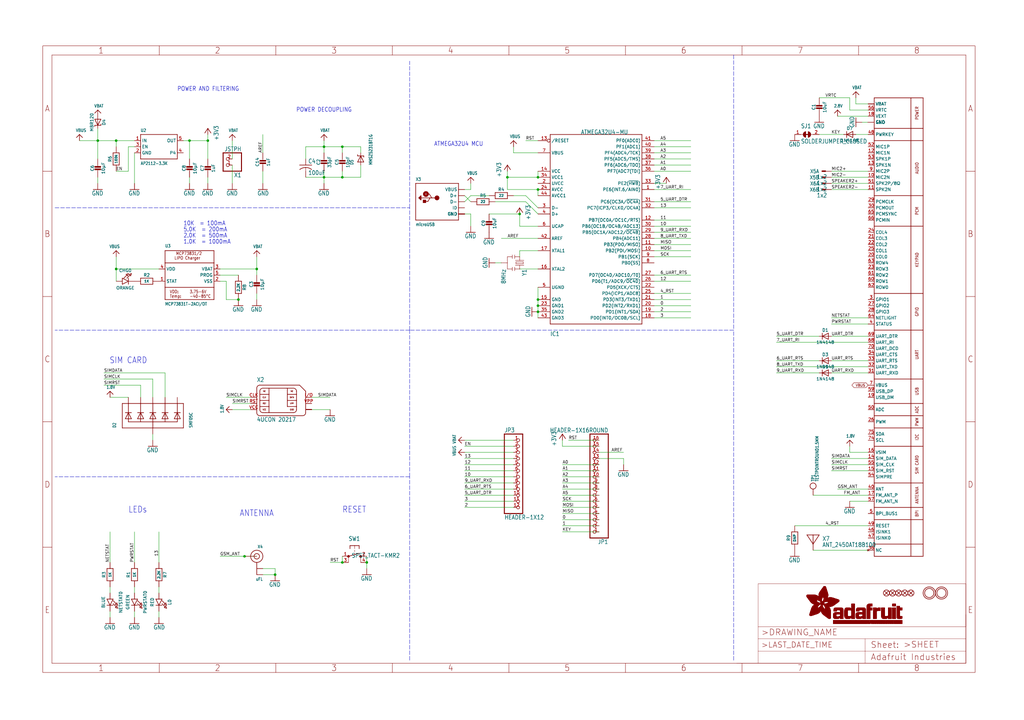
<source format=kicad_sch>
(kicad_sch (version 20211123) (generator eeschema)
  (paper "User" 425.45 299.161)
  (lib_symbols
    (symbol "eagleSchem-eagle-import:+3V3" (power)
      (property "Value" "+3V3" (at -2.54 -5.08 90))
      (symbol "+3V3_1_0"
        (pin power_in line (at 0 -2.54 90) (length 2.54) (name "+3V3") (number "1"))
      )
    )
    (symbol "eagleSchem-eagle-import:1.8V" (power)
      (property "Value" "1.8V" (at -1.524 1.016 0))
      (symbol "1.8V_1_0"
        (pin power_in line (at 0 -2.54 90) (length 2.54) (name "1.8V") (number "1"))
      )
    )
    (symbol "eagleSchem-eagle-import:2.8V" (power)
      (property "Value" "2.8V" (at -1.524 1.016 0))
      (symbol "2.8V_1_0"
        (pin power_in line (at 0 -2.54 90) (length 2.54) (name "2.8V") (number "1"))
      )
    )
    (symbol "eagleSchem-eagle-import:87758-0216"
      (property "Reference" "X" (at 2.54 -0.762 0))
      (property "Value" "87758-0216" (at -0.762 1.397 0))
      (symbol "87758-0216_1_0"
        (pin passive line (at -2.54 0 0) (length 2.54) (name "S") (number "1"))
      )
      (symbol "87758-0216_2_0"
        (pin passive line (at -2.54 0 0) (length 2.54) (name "S") (number "2"))
      )
    )
    (symbol "eagleSchem-eagle-import:ANTENNA_JOHANSON_2450AT18B100"
      (property "Reference" "X" (at 3.81 1.27 0))
      (property "Value" "ANTENNA_JOHANSON_2450AT18B100" (at 3.81 -1.27 0))
      (symbol "ANTENNA_JOHANSON_2450AT18B100_1_0"
        (pin passive line (at 0 -2.54 90) (length 2.54) (name "P$1") (number "FP"))
      )
    )
    (symbol "eagleSchem-eagle-import:ANTENNA_U.FL"
      (property "Reference" "X" (at -2.54 3.302 0))
      (property "Value" "ANTENNA_U.FL" (at -2.54 -10.16 0))
      (symbol "ANTENNA_U.FL_1_0"
        (pin passive line (at -2.54 -5.08 0) (length 2.54) (name "GND@0") (number "1"))
        (pin passive line (at -2.54 -7.62 0) (length 2.54) (name "GND@1") (number "2"))
        (pin passive line (at 5.08 0 180) (length 5.08) (name "SIGNAL") (number "3"))
      )
    )
    (symbol "eagleSchem-eagle-import:ATMEGA32U4-MU"
      (property "Reference" "IC" (at -17.78 -38.1 0))
      (property "Value" "ATMEGA32U4-MU" (at -5.08 45.72 0))
      (symbol "ATMEGA32U4-MU_1_0"
        (pin bidirectional line (at 25.4 22.86 180) (length 5.08) (name "PE6(INT.6/AIN0)") (number "1"))
        (pin bidirectional line (at 25.4 -2.54 180) (length 5.08) (name "PB2(PDI/MOSI)") (number "10"))
        (pin bidirectional line (at 25.4 0 180) (length 5.08) (name "PB3(PDO/MISO)") (number "11"))
        (pin bidirectional line (at 25.4 10.16 180) (length 5.08) (name "PB7(OC0A/OC1C/RTS)") (number "12"))
        (pin bidirectional inverted (at -22.86 43.18 0) (length 5.08) (name "/RESET") (number "13"))
        (pin bidirectional line (at -22.86 30.48 0) (length 5.08) (name "VCC") (number "14"))
        (pin bidirectional line (at -22.86 -22.86 0) (length 5.08) (name "GND") (number "15"))
        (pin bidirectional line (at -22.86 -10.16 0) (length 5.08) (name "XTAL2") (number "16"))
        (pin bidirectional line (at -22.86 -2.54 0) (length 5.08) (name "XTAL1") (number "17"))
        (pin bidirectional line (at 25.4 -30.48 180) (length 5.08) (name "PD0(INT0/OC0B/SCL)") (number "18"))
        (pin bidirectional line (at 25.4 -27.94 180) (length 5.08) (name "PD1(INT1/SDA)") (number "19"))
        (pin bidirectional line (at -22.86 25.4 0) (length 5.08) (name "UVCC") (number "2"))
        (pin bidirectional line (at 25.4 -25.4 180) (length 5.08) (name "PD2(INT2/RXD1)") (number "20"))
        (pin bidirectional line (at 25.4 -22.86 180) (length 5.08) (name "PD3(INT3/TXD1)") (number "21"))
        (pin bidirectional line (at 25.4 -17.78 180) (length 5.08) (name "PD5(XCK/CTS)") (number "22"))
        (pin bidirectional line (at -22.86 -25.4 0) (length 5.08) (name "GND1") (number "23"))
        (pin bidirectional line (at -22.86 22.86 0) (length 5.08) (name "AVCC") (number "24"))
        (pin bidirectional line (at 25.4 -20.32 180) (length 5.08) (name "PD4(ICP1/ADC8)") (number "25"))
        (pin bidirectional line (at 25.4 -15.24 180) (length 5.08) (name "PD6(T1/ADC9/~{OC4D})") (number "26"))
        (pin bidirectional line (at 25.4 -12.7 180) (length 5.08) (name "PD7(OC4D/ADC10/T0)") (number "27"))
        (pin bidirectional line (at 25.4 2.54 180) (length 5.08) (name "PB4(ADC11)") (number "28"))
        (pin bidirectional line (at 25.4 5.08 180) (length 5.08) (name "PB5(OC1A/ADC12/~{OC4B})") (number "29"))
        (pin bidirectional line (at -22.86 15.24 0) (length 5.08) (name "D-") (number "3"))
        (pin bidirectional line (at 25.4 7.62 180) (length 5.08) (name "PB6(OC1B/OC4B/ADC13)") (number "30"))
        (pin bidirectional line (at 25.4 17.78 180) (length 5.08) (name "PC6(OC3A/~{OC4A})") (number "31"))
        (pin bidirectional line (at 25.4 15.24 180) (length 5.08) (name "PC7(ICP3/CLK0/OC4A)") (number "32"))
        (pin bidirectional line (at 25.4 25.4 180) (length 5.08) (name "PE2(~{HWB})") (number "33"))
        (pin bidirectional line (at -22.86 27.94 0) (length 5.08) (name "VCC1") (number "34"))
        (pin bidirectional line (at -22.86 -27.94 0) (length 5.08) (name "GND2") (number "35"))
        (pin bidirectional line (at 25.4 30.48 180) (length 5.08) (name "PF7(ADC7(TDI)") (number "36"))
        (pin bidirectional line (at 25.4 33.02 180) (length 5.08) (name "PF6(ADC6/TDO)") (number "37"))
        (pin bidirectional line (at 25.4 35.56 180) (length 5.08) (name "PF5(ADC5/TMS)") (number "38"))
        (pin bidirectional line (at 25.4 38.1 180) (length 5.08) (name "PF4(ADC4/TCK)") (number "39"))
        (pin bidirectional line (at -22.86 12.7 0) (length 5.08) (name "D+") (number "4"))
        (pin bidirectional line (at 25.4 40.64 180) (length 5.08) (name "PF1(ADC1)") (number "40"))
        (pin bidirectional line (at 25.4 43.18 180) (length 5.08) (name "PF0(ADC0)") (number "41"))
        (pin bidirectional line (at -22.86 2.54 0) (length 5.08) (name "AREF") (number "42"))
        (pin bidirectional line (at -22.86 -30.48 0) (length 5.08) (name "GND3") (number "43"))
        (pin bidirectional line (at -22.86 20.32 0) (length 5.08) (name "AVCC1") (number "44"))
        (pin bidirectional line (at -22.86 -17.78 0) (length 5.08) (name "UGND") (number "5"))
        (pin bidirectional line (at -22.86 7.62 0) (length 5.08) (name "UCAP") (number "6"))
        (pin bidirectional line (at -22.86 38.1 0) (length 5.08) (name "VBUS") (number "7"))
        (pin bidirectional line (at 25.4 -7.62 180) (length 5.08) (name "PB0(SS)") (number "8"))
        (pin bidirectional line (at 25.4 -5.08 180) (length 5.08) (name "PB1(SCK)") (number "9"))
      )
    )
    (symbol "eagleSchem-eagle-import:C-USC1210"
      (property "Reference" "C" (at 1.016 0.635 0))
      (property "Value" "C-USC1210" (at 1.016 -4.191 0))
      (symbol "C-USC1210_1_0"
        (pin passive line (at 0 2.54 270) (length 2.54) (name "1") (number "1"))
        (pin passive line (at 0 -5.08 90) (length 2.54) (name "2") (number "2"))
      )
    )
    (symbol "eagleSchem-eagle-import:CAP_CERAMIC0603_NO"
      (property "Reference" "C" (at -2.29 1.25 90))
      (property "Value" "CAP_CERAMIC0603_NO" (at 2.3 1.25 90))
      (symbol "CAP_CERAMIC0603_NO_1_0"
        (pin passive line (at 0 5.08 270) (length 2.54) (name "1") (number "1"))
        (pin passive line (at 0 -2.54 90) (length 2.54) (name "2") (number "2"))
      )
    )
    (symbol "eagleSchem-eagle-import:CAP_CERAMIC0805-NOOUTLINE"
      (property "Reference" "C" (at -2.29 1.25 90))
      (property "Value" "CAP_CERAMIC0805-NOOUTLINE" (at 2.3 1.25 90))
      (symbol "CAP_CERAMIC0805-NOOUTLINE_1_0"
        (pin passive line (at 0 5.08 270) (length 2.54) (name "1") (number "1"))
        (pin passive line (at 0 -2.54 90) (length 2.54) (name "2") (number "2"))
      )
    )
    (symbol "eagleSchem-eagle-import:CAP_CERAMIC_0805MP"
      (property "Reference" "C" (at -2.29 1.25 90))
      (property "Value" "CAP_CERAMIC_0805MP" (at 2.3 1.25 90))
      (symbol "CAP_CERAMIC_0805MP_1_0"
        (pin passive line (at 0 5.08 270) (length 2.54) (name "1") (number "1"))
        (pin passive line (at 0 -2.54 90) (length 2.54) (name "2") (number "2"))
      )
    )
    (symbol "eagleSchem-eagle-import:CON_JST_PH_2PIN"
      (property "Reference" "X" (at -6.35 5.715 0))
      (property "Value" "CON_JST_PH_2PIN" (at -6.35 -5.08 0))
      (symbol "CON_JST_PH_2PIN_1_0"
        (pin passive inverted (at -2.54 2.54 0) (length 2.54) (name "1") (number "1"))
        (pin passive inverted (at -2.54 0 0) (length 2.54) (name "2") (number "2"))
      )
    )
    (symbol "eagleSchem-eagle-import:DIODE-SCHOTTKYSOD-123"
      (property "Reference" "D" (at 0 2.54 0))
      (property "Value" "DIODE-SCHOTTKYSOD-123" (at 0 -2.5 0))
      (symbol "DIODE-SCHOTTKYSOD-123_1_0"
        (pin passive line (at -2.54 0 0) (length 2.54) (name "A") (number "A"))
        (pin passive line (at 2.54 0 180) (length 2.54) (name "C") (number "C"))
      )
    )
    (symbol "eagleSchem-eagle-import:DIODE-ZENERSOD123"
      (property "Reference" "D" (at -2.54 3.0226 0))
      (property "Value" "DIODE-ZENERSOD123" (at -2.54 -4.8514 0))
      (symbol "DIODE-ZENERSOD123_1_0"
        (pin passive line (at -2.54 0 0) (length 2.54) (name "A") (number "A"))
        (pin passive line (at 2.54 0 180) (length 2.54) (name "C") (number "C"))
      )
    )
    (symbol "eagleSchem-eagle-import:DIODESOD-323"
      (property "Reference" "D" (at 0 2.54 0))
      (property "Value" "DIODESOD-323" (at 0 -2.5 0))
      (symbol "DIODESOD-323_1_0"
        (pin passive line (at -2.54 0 0) (length 2.54) (name "A") (number "A"))
        (pin passive line (at 2.54 0 180) (length 2.54) (name "C") (number "C"))
      )
    )
    (symbol "eagleSchem-eagle-import:FIDUCIAL{dblquote}{dblquote}")
    (symbol "eagleSchem-eagle-import:FRAME_A3_ADAFRUIT"
      (symbol "FRAME_A3_ADAFRUIT_1_0"
        (text "1" (at 24.2094 1.905 0) (effects (font (size 2.54 2.286))))
        (text "1" (at 24.2094 258.445 0) (effects (font (size 2.54 2.286))))
        (text "2" (at 72.6281 1.905 0) (effects (font (size 2.54 2.286))))
        (text "2" (at 72.6281 258.445 0) (effects (font (size 2.54 2.286))))
        (text "3" (at 121.0469 1.905 0) (effects (font (size 2.54 2.286))))
        (text "3" (at 121.0469 258.445 0) (effects (font (size 2.54 2.286))))
        (text "4" (at 169.4656 1.905 0) (effects (font (size 2.54 2.286))))
        (text "4" (at 169.4656 258.445 0) (effects (font (size 2.54 2.286))))
        (text "5" (at 217.8844 1.905 0) (effects (font (size 2.54 2.286))))
        (text "5" (at 217.8844 258.445 0) (effects (font (size 2.54 2.286))))
        (text "6" (at 266.3031 1.905 0) (effects (font (size 2.54 2.286))))
        (text "6" (at 266.3031 258.445 0) (effects (font (size 2.54 2.286))))
        (text "7" (at 314.7219 1.905 0) (effects (font (size 2.54 2.286))))
        (text "7" (at 314.7219 258.445 0) (effects (font (size 2.54 2.286))))
        (text "8" (at 363.1406 1.905 0) (effects (font (size 2.54 2.286))))
        (text "8" (at 363.1406 258.445 0) (effects (font (size 2.54 2.286))))
        (text ">DRAWING_NAME" (at 298.45 15.24 0) (effects (font (size 2.54 2.54)) (justify left bottom)))
        (text ">LAST_DATE_TIME" (at 298.45 10.16 0) (effects (font (size 2.286 2.286)) (justify left bottom)))
        (text ">SHEET" (at 357.505 10.16 0) (effects (font (size 2.54 2.54)) (justify left bottom)))
        (text "A" (at 1.905 234.315 0) (effects (font (size 2.54 2.286))))
        (text "A" (at 385.445 234.315 0) (effects (font (size 2.54 2.286))))
        (text "Adafruit Industries" (at 343.916 4.953 0) (effects (font (size 2.54 2.54)) (justify left bottom)))
        (text "B" (at 1.905 182.245 0) (effects (font (size 2.54 2.286))))
        (text "B" (at 385.445 182.245 0) (effects (font (size 2.54 2.286))))
        (text "C" (at 1.905 130.175 0) (effects (font (size 2.54 2.286))))
        (text "C" (at 385.445 130.175 0) (effects (font (size 2.54 2.286))))
        (text "D" (at 1.905 78.105 0) (effects (font (size 2.54 2.286))))
        (text "D" (at 385.445 78.105 0) (effects (font (size 2.54 2.286))))
        (text "E" (at 1.905 26.035 0) (effects (font (size 2.54 2.286))))
        (text "E" (at 385.445 26.035 0) (effects (font (size 2.54 2.286))))
        (text "Sheet:" (at 343.916 10.033 0) (effects (font (size 2.54 2.54)) (justify left bottom)))
      )
    )
    (symbol "eagleSchem-eagle-import:GND" (power)
      (property "Value" "GND" (at -2.54 -2.54 0))
      (symbol "GND_1_0"
        (pin power_in line (at 0 2.54 270) (length 2.54) (name "GND") (number "1"))
      )
    )
    (symbol "eagleSchem-eagle-import:GSM_SIM800L"
      (symbol "GSM_SIM800L_1_0"
        (text "ADC" (at 7.62 -40.64 900) (effects (font (size 1.27 1.0795))))
        (text "ANTENNA" (at 7.62 -76.2 900) (effects (font (size 1.27 1.0795))))
        (text "AUDIO" (at 7.62 59.69 900) (effects (font (size 1.27 1.0795))))
        (text "BPI" (at 7.62 -83.82 900) (effects (font (size 1.27 1.0795))))
        (text "GPIO" (at 7.62 0 900) (effects (font (size 1.27 1.0795))))
        (text "I2C" (at 7.62 -52.07 900) (effects (font (size 1.27 1.0795))))
        (text "KEYPAD" (at 7.62 21.59 900) (effects (font (size 1.27 1.0795))))
        (text "PCM" (at 7.62 41.91 900) (effects (font (size 1.27 1.0795))))
        (text "POWER" (at 7.62 82.55 900) (effects (font (size 1.27 1.0795))))
        (text "PWM" (at 7.62 -45.72 900) (effects (font (size 1.27 1.0795))))
        (text "SIM CARD" (at 7.62 -63.5 900) (effects (font (size 1.27 1.0795))))
        (text "UART" (at 7.62 -17.78 900) (effects (font (size 1.27 1.0795))))
        (text "USB" (at 7.62 -33.02 900) (effects (font (size 1.27 1.0795))))
        (pin power_in line (at -12.7 86.36 0) (length 2.54) (name "VBAT") (number "1"))
        (pin input line (at -12.7 55.88 0) (length 2.54) (name "MIC2N") (number "10"))
        (pin output line (at -12.7 50.8 0) (length 2.54) (name "SPK2N") (number "11"))
        (pin input line (at -12.7 66.04 0) (length 2.54) (name "MIC1N") (number "12"))
        (pin output line (at -12.7 60.96 0) (length 2.54) (name "SPK1N") (number "13"))
        (pin bidirectional line (at -12.7 -60.96 0) (length 2.54) (name "SIM_DATA") (number "14"))
        (pin output line (at -12.7 -66.04 0) (length 2.54) (name "SIM_RST") (number "15"))
        (pin power_in line (at -12.7 -58.42 0) (length 2.54) (name "VSIM") (number "16"))
        (pin bidirectional line (at -12.7 -76.2 0) (length 2.54) (name "FM_ANT_P") (number "17"))
        (pin power_in line (at -12.7 81.28 0) (length 2.54) (name "VEXT") (number "18"))
        (pin bidirectional line (at -12.7 -35.56 0) (length 2.54) (name "USB_DM") (number "19"))
        (pin power_in line (at -12.7 78.74 0) (length 2.54) (name "GND") (number "2"))
        (pin bidirectional line (at -12.7 22.86 0) (length 2.54) (name "COL0") (number "20"))
        (pin bidirectional line (at -12.7 30.48 0) (length 2.54) (name "COL3") (number "21"))
        (pin bidirectional line (at -12.7 27.94 0) (length 2.54) (name "COL2") (number "22"))
        (pin bidirectional line (at -12.7 17.78 0) (length 2.54) (name "ROW3") (number "23"))
        (pin bidirectional line (at -12.7 33.02 0) (length 2.54) (name "COL4") (number "24"))
        (pin bidirectional line (at -12.7 25.4 0) (length 2.54) (name "COL1") (number "25"))
        (pin output line (at -12.7 -45.72 0) (length 2.54) (name "PWM") (number "26"))
        (pin bidirectional line (at -12.7 2.54 0) (length 2.54) (name "GPIO2") (number "27"))
        (pin bidirectional line (at -12.7 0 0) (length 2.54) (name "GPIO3") (number "28"))
        (pin output line (at -12.7 45.72 0) (length 2.54) (name "PCMCLK") (number "29"))
        (pin bidirectional line (at -12.7 5.08 0) (length 2.54) (name "GPIO1") (number "3"))
        (pin output line (at -12.7 43.18 0) (length 2.54) (name "PCMOUT") (number "30"))
        (pin input line (at -12.7 -25.4 0) (length 2.54) (name "UART_RXD") (number "31"))
        (pin output line (at -12.7 -22.86 0) (length 2.54) (name "UART_TXD") (number "32"))
        (pin input line (at -12.7 -20.32 0) (length 2.54) (name "UART_RTS") (number "33"))
        (pin output line (at -12.7 -17.78 0) (length 2.54) (name "UART_CTS") (number "34"))
        (pin power_in line (at -12.7 78.74 0) (length 2.54) (name "GND") (number "35"))
        (pin no_connect line (at -12.7 -99.06 0) (length 2.54) (name "NC") (number "36"))
        (pin power_in line (at -12.7 78.74 0) (length 2.54) (name "GND") (number "37"))
        (pin power_in line (at -12.7 78.74 0) (length 2.54) (name "GND") (number "38"))
        (pin power_in line (at -12.7 78.74 0) (length 2.54) (name "GND") (number "39"))
        (pin output line (at -12.7 -5.08 0) (length 2.54) (name "STATUS") (number "4"))
        (pin bidirectional line (at -12.7 -73.66 0) (length 2.54) (name "ANT") (number "40"))
        (pin power_in line (at -12.7 78.74 0) (length 2.54) (name "GND") (number "41"))
        (pin power_in line (at -12.7 86.36 0) (length 2.54) (name "VBAT") (number "42"))
        (pin power_in line (at -12.7 78.74 0) (length 2.54) (name "GND") (number "43"))
        (pin power_in line (at -12.7 78.74 0) (length 2.54) (name "GND") (number "44"))
        (pin power_in line (at -12.7 78.74 0) (length 2.54) (name "GND") (number "45"))
        (pin input line (at -12.7 -91.44 0) (length 2.54) (name "ISINK1") (number "46"))
        (pin input line (at -12.7 -93.98 0) (length 2.54) (name "ISINK0") (number "47"))
        (pin input line (at -12.7 73.66 0) (length 2.54) (name "PWRKEY") (number "48"))
        (pin input line (at -12.7 -88.9 0) (length 2.54) (name "RESET") (number "49"))
        (pin output line (at -12.7 -83.82 0) (length 2.54) (name "BPI_BUS1") (number "5"))
        (pin input line (at -12.7 -40.64 0) (length 2.54) (name "ADC") (number "50"))
        (pin output line (at -12.7 53.34 0) (length 2.54) (name "SPK2P/8Ω") (number "51"))
        (pin input line (at -12.7 68.58 0) (length 2.54) (name "MIC1P") (number "52"))
        (pin output line (at -12.7 63.5 0) (length 2.54) (name "SPK1P") (number "53"))
        (pin input line (at -12.7 -68.58 0) (length 2.54) (name "SIMPRE") (number "54"))
        (pin output line (at -12.7 -63.5 0) (length 2.54) (name "SIM_CLK") (number "55"))
        (pin power_in line (at -12.7 83.82 0) (length 2.54) (name "VRTC") (number "56"))
        (pin bidirectional line (at -12.7 -78.74 0) (length 2.54) (name "FM_ANT_N") (number "57"))
        (pin power_in line (at -12.7 78.74 0) (length 2.54) (name "GND") (number "58"))
        (pin bidirectional line (at -12.7 -33.02 0) (length 2.54) (name "USB_DP") (number "59"))
        (pin power_in line (at -12.7 78.74 0) (length 2.54) (name "GND") (number "6"))
        (pin bidirectional line (at -12.7 12.7 0) (length 2.54) (name "ROW1") (number "60"))
        (pin bidirectional line (at -12.7 15.24 0) (length 2.54) (name "ROW2") (number "61"))
        (pin bidirectional line (at -12.7 10.16 0) (length 2.54) (name "ROW0") (number "62"))
        (pin bidirectional line (at -12.7 20.32 0) (length 2.54) (name "ROW4") (number "63"))
        (pin output line (at -12.7 -2.54 0) (length 2.54) (name "NETLIGHT") (number "64"))
        (pin output line (at -12.7 40.64 0) (length 2.54) (name "PCMSYNC") (number "65"))
        (pin input line (at -12.7 38.1 0) (length 2.54) (name "PCMIN") (number "66"))
        (pin power_in line (at -12.7 78.74 0) (length 2.54) (name "GND") (number "67"))
        (pin output line (at -12.7 -12.7 0) (length 2.54) (name "UART_RI") (number "68"))
        (pin input line (at -12.7 -10.16 0) (length 2.54) (name "UART_DTR") (number "69"))
        (pin power_in line (at -12.7 -30.48 0) (length 2.54) (name "VBUS") (number "7"))
        (pin input line (at -12.7 -15.24 0) (length 2.54) (name "UART_DCD") (number "70"))
        (pin power_in line (at -12.7 78.74 0) (length 2.54) (name "GND") (number "71"))
        (pin power_in line (at -12.7 78.74 0) (length 2.54) (name "GND") (number "72"))
        (pin power_in line (at -12.7 78.74 0) (length 2.54) (name "GND") (number "73"))
        (pin bidirectional line (at -12.7 -53.34 0) (length 2.54) (name "SCL") (number "74"))
        (pin bidirectional line (at -12.7 -50.8 0) (length 2.54) (name "SDA") (number "75"))
        (pin power_in line (at -12.7 78.74 0) (length 2.54) (name "GND") (number "76"))
        (pin power_in line (at -12.7 78.74 0) (length 2.54) (name "GND") (number "77"))
        (pin power_in line (at -12.7 78.74 0) (length 2.54) (name "GND") (number "78"))
        (pin power_in line (at -12.7 78.74 0) (length 2.54) (name "GND") (number "79"))
        (pin power_in line (at -12.7 78.74 0) (length 2.54) (name "GND") (number "8"))
        (pin power_in line (at -12.7 78.74 0) (length 2.54) (name "GND") (number "80"))
        (pin power_in line (at -12.7 78.74 0) (length 2.54) (name "GND") (number "81"))
        (pin power_in line (at -12.7 78.74 0) (length 2.54) (name "GND") (number "82"))
        (pin power_in line (at -12.7 78.74 0) (length 2.54) (name "GND") (number "83"))
        (pin power_in line (at -12.7 78.74 0) (length 2.54) (name "GND") (number "84"))
        (pin power_in line (at -12.7 78.74 0) (length 2.54) (name "GND") (number "85"))
        (pin power_in line (at -12.7 78.74 0) (length 2.54) (name "GND") (number "86"))
        (pin power_in line (at -12.7 78.74 0) (length 2.54) (name "GND") (number "87"))
        (pin power_in line (at -12.7 78.74 0) (length 2.54) (name "GND") (number "88"))
        (pin input line (at -12.7 58.42 0) (length 2.54) (name "MIC2P") (number "9"))
      )
    )
    (symbol "eagleSchem-eagle-import:HEADER-1X12"
      (property "Reference" "JP" (at -6.35 18.415 0))
      (property "Value" "HEADER-1X12" (at -6.35 -17.78 0))
      (symbol "HEADER-1X12_1_0"
        (pin passive inverted (at -2.54 15.24 0) (length 2.54) (name "1") (number "1"))
        (pin passive inverted (at -2.54 -7.62 0) (length 2.54) (name "10") (number "10"))
        (pin passive inverted (at -2.54 -10.16 0) (length 2.54) (name "11") (number "11"))
        (pin passive inverted (at -2.54 -12.7 0) (length 2.54) (name "12") (number "12"))
        (pin passive inverted (at -2.54 12.7 0) (length 2.54) (name "2") (number "2"))
        (pin passive inverted (at -2.54 10.16 0) (length 2.54) (name "3") (number "3"))
        (pin passive inverted (at -2.54 7.62 0) (length 2.54) (name "4") (number "4"))
        (pin passive inverted (at -2.54 5.08 0) (length 2.54) (name "5") (number "5"))
        (pin passive inverted (at -2.54 2.54 0) (length 2.54) (name "6") (number "6"))
        (pin passive inverted (at -2.54 0 0) (length 2.54) (name "7") (number "7"))
        (pin passive inverted (at -2.54 -2.54 0) (length 2.54) (name "8") (number "8"))
        (pin passive inverted (at -2.54 -5.08 0) (length 2.54) (name "9") (number "9"))
      )
    )
    (symbol "eagleSchem-eagle-import:HEADER-1X16ROUND"
      (property "Reference" "JP" (at -6.35 20.955 0))
      (property "Value" "HEADER-1X16ROUND" (at -6.35 -25.4 0))
      (symbol "HEADER-1X16ROUND_1_0"
        (pin passive inverted (at -2.54 17.78 0) (length 2.54) (name "1") (number "1"))
        (pin passive inverted (at -2.54 -5.08 0) (length 2.54) (name "10") (number "10"))
        (pin passive inverted (at -2.54 -7.62 0) (length 2.54) (name "11") (number "11"))
        (pin passive inverted (at -2.54 -10.16 0) (length 2.54) (name "12") (number "12"))
        (pin passive inverted (at -2.54 -12.7 0) (length 2.54) (name "13") (number "13"))
        (pin passive inverted (at -2.54 -15.24 0) (length 2.54) (name "14") (number "14"))
        (pin passive inverted (at -2.54 -17.78 0) (length 2.54) (name "15") (number "15"))
        (pin passive inverted (at -2.54 -20.32 0) (length 2.54) (name "16") (number "16"))
        (pin passive inverted (at -2.54 15.24 0) (length 2.54) (name "2") (number "2"))
        (pin passive inverted (at -2.54 12.7 0) (length 2.54) (name "3") (number "3"))
        (pin passive inverted (at -2.54 10.16 0) (length 2.54) (name "4") (number "4"))
        (pin passive inverted (at -2.54 7.62 0) (length 2.54) (name "5") (number "5"))
        (pin passive inverted (at -2.54 5.08 0) (length 2.54) (name "6") (number "6"))
        (pin passive inverted (at -2.54 2.54 0) (length 2.54) (name "7") (number "7"))
        (pin passive inverted (at -2.54 0 0) (length 2.54) (name "8") (number "8"))
        (pin passive inverted (at -2.54 -2.54 0) (length 2.54) (name "9") (number "9"))
      )
    )
    (symbol "eagleSchem-eagle-import:LED0805_NOOUTLINE"
      (property "Reference" "D" (at -1.27 4.445 0))
      (property "Value" "LED0805_NOOUTLINE" (at -1.27 -2.794 0))
      (symbol "LED0805_NOOUTLINE_1_0"
        (pin passive line (at -5.08 0 0) (length 2.54) (name "A") (number "A"))
        (pin passive line (at 2.54 0 180) (length 2.54) (name "C") (number "C"))
      )
    )
    (symbol "eagleSchem-eagle-import:MCP73831{slash}2"
      (property "Reference" "U" (at -10.16 11.43 0))
      (property "Value" "MCP73831{slash}2" (at -10.16 -12.7 0))
      (symbol "MCP73831{slash}2_1_0"
        (text "-40-85°C" (at 0 -9.525 0) (effects (font (size 1.27 1.0795)) (justify left bottom)))
        (text "3.75-6V" (at 0 -7.62 0) (effects (font (size 1.27 1.0795)) (justify left bottom)))
        (text "LIPO Charger" (at -6.35 6.35 0) (effects (font (size 1.27 1.0795)) (justify left bottom)))
        (text "MCP73831/2" (at -5.715 8.255 0) (effects (font (size 1.27 1.0795)) (justify left bottom)))
        (text "Temp:" (at -8.255 -9.525 0) (effects (font (size 1.27 1.0795)) (justify left bottom)))
        (text "VDD:" (at -8.255 -7.62 0) (effects (font (size 1.27 1.0795)) (justify left bottom)))
        (pin output line (at -12.7 -2.54 0) (length 2.54) (name "STAT") (number "1"))
        (pin power_in line (at 12.7 -2.54 180) (length 2.54) (name "VSS") (number "2"))
        (pin power_in line (at 12.7 2.54 180) (length 2.54) (name "VBAT") (number "3"))
        (pin power_in line (at -12.7 2.54 0) (length 2.54) (name "VDD") (number "4"))
        (pin input line (at 12.7 0 180) (length 2.54) (name "PROG") (number "5"))
      )
    )
    (symbol "eagleSchem-eagle-import:MOUNTINGHOLE2.5")
    (symbol "eagleSchem-eagle-import:RESISTOR_0603_NOOUT"
      (property "Reference" "R" (at 0 2.54 0))
      (property "Value" "RESISTOR_0603_NOOUT" (at 0 0 0))
      (symbol "RESISTOR_0603_NOOUT_1_0"
        (pin passive line (at -5.08 0 0) (length 2.54) (name "1") (number "1"))
        (pin passive line (at 5.08 0 180) (length 2.54) (name "2") (number "2"))
      )
    )
    (symbol "eagleSchem-eagle-import:RESONATORSMD"
      (property "Reference" "Y" (at 2.54 1.016 0))
      (property "Value" "RESONATORSMD" (at 2.54 -7.62 0))
      (symbol "RESONATORSMD_1_0"
        (pin passive line (at -2.54 0 0) (length 0) (name "1") (number "1"))
        (pin passive line (at 0 -7.62 90) (length 0) (name "2") (number "2"))
        (pin passive line (at 2.54 0 180) (length 0) (name "3") (number "3"))
      )
    )
    (symbol "eagleSchem-eagle-import:SIM_MICRO"
      (property "Reference" "X" (at -10.16 6.35 0))
      (property "Value" "SIM_MICRO" (at -10.16 -10.16 0))
      (symbol "SIM_MICRO_1_0"
        (text "CLK" (at -6.985 0 0) (effects (font (size 0.6096 0.5181))))
        (text "DATA" (at 4.445 0 0) (effects (font (size 0.6096 0.5181))))
        (text "GND" (at 4.445 -5.08 0) (effects (font (size 0.6096 0.5181))))
        (text "NC" (at -6.985 2.54 0) (effects (font (size 0.6096 0.5181))))
        (text "NC" (at 4.445 2.54 0) (effects (font (size 0.6096 0.5181))))
        (text "RST" (at -6.985 -2.54 0) (effects (font (size 0.6096 0.5181))))
        (text "VCC" (at -6.985 -5.08 0) (effects (font (size 0.6096 0.5181))))
        (text "VPP" (at 4.445 -2.54 0) (effects (font (size 0.6096 0.5181))))
        (pin passive line (at -12.7 0 0) (length 2.54) (name "CLK") (number "CLK"))
        (pin passive line (at 12.7 -5.08 180) (length 2.54) (name "GND") (number "GND"))
        (pin passive line (at 12.7 -5.08 180) (length 2.54) (name "GND") (number "GND@1"))
        (pin passive line (at 12.7 -5.08 180) (length 2.54) (name "GND") (number "GND@2"))
        (pin passive line (at 12.7 -5.08 180) (length 2.54) (name "GND") (number "GND@3"))
        (pin passive line (at 12.7 -5.08 180) (length 2.54) (name "GND") (number "GND@4"))
        (pin passive line (at 12.7 0 180) (length 2.54) (name "DATA") (number "I/O"))
        (pin passive line (at -12.7 -2.54 0) (length 2.54) (name "RST") (number "RST"))
        (pin passive line (at -12.7 -5.08 0) (length 2.54) (name "VCC") (number "VCC"))
        (pin passive line (at 12.7 -2.54 180) (length 2.54) (name "VPP") (number "VPP"))
      )
    )
    (symbol "eagleSchem-eagle-import:SOLDERJUMPER_CLOSED"
      (property "Reference" "SJ" (at -2.54 2.54 0))
      (property "Value" "SOLDERJUMPER_CLOSED" (at -2.54 -3.81 0))
      (symbol "SOLDERJUMPER_CLOSED_1_0"
        (pin passive line (at -5.08 0 0) (length 2.54) (name "1") (number "1"))
        (pin passive line (at 5.08 0 180) (length 2.54) (name "2") (number "2"))
      )
    )
    (symbol "eagleSchem-eagle-import:SPST_TACT-KMR2"
      (property "Reference" "SW" (at -6.35 -2.54 90))
      (property "Value" "SPST_TACT-KMR2" (at -3.81 3.175 90))
      (symbol "SPST_TACT-KMR2_1_0"
        (pin passive line (at 0 -5.08 90) (length 2.54) (name "P") (number "1"))
        (pin passive line (at 0 5.08 270) (length 2.54) (name "S") (number "2"))
        (pin passive line (at 2.54 -5.08 90) (length 2.54) (name "P1") (number "3"))
        (pin passive line (at 2.54 5.08 270) (length 2.54) (name "S1") (number "4"))
      )
    )
    (symbol "eagleSchem-eagle-import:TESTPOINTROUND1.5MM"
      (property "Reference" "TP" (at 0 5.588 90))
      (property "Value" "TESTPOINTROUND1.5MM" (at 1.651 5.588 90))
      (symbol "TESTPOINTROUND1.5MM_1_0"
        (pin bidirectional line (at 0 0 90) (length 2.54) (name "P$1") (number "P$1"))
      )
    )
    (symbol "eagleSchem-eagle-import:TVSARRAY_5LANE"
      (property "Reference" "D" (at -2.54 15.24 0))
      (property "Value" "TVSARRAY_5LANE" (at -2.54 -16.51 0))
      (symbol "TVSARRAY_5LANE_1_0"
        (pin passive line (at 10.16 10.16 180) (length 2.54) (name "C1") (number "1"))
        (pin passive line (at -5.08 0 0) (length 2.54) (name "A") (number "2"))
        (pin passive line (at 10.16 5.08 180) (length 2.54) (name "C2") (number "3"))
        (pin passive line (at 10.16 0 180) (length 2.54) (name "C3") (number "4"))
        (pin passive line (at 10.16 -5.08 180) (length 2.54) (name "C4") (number "5"))
        (pin passive line (at 10.16 -10.16 180) (length 2.54) (name "C5") (number "6"))
      )
    )
    (symbol "eagleSchem-eagle-import:USB_MICRO_20329_V2"
      (property "Reference" "X" (at -10.16 8.636 0))
      (property "Value" "USB_MICRO_20329_V2" (at -10.16 -10.16 0))
      (symbol "USB_MICRO_20329_V2_1_0"
        (pin power_in line (at 10.16 -5.08 180) (length 2.54) (name "GND") (number "BASE@1"))
        (pin power_in line (at 10.16 -5.08 180) (length 2.54) (name "GND") (number "BASE@2"))
        (pin bidirectional line (at 10.16 2.54 180) (length 2.54) (name "D+") (number "D+"))
        (pin bidirectional line (at 10.16 0 180) (length 2.54) (name "D-") (number "D-"))
        (pin power_in line (at 10.16 -5.08 180) (length 2.54) (name "GND") (number "GND"))
        (pin bidirectional line (at 10.16 -2.54 180) (length 2.54) (name "ID") (number "ID"))
        (pin power_in line (at 10.16 -5.08 180) (length 2.54) (name "GND") (number "SPRT@1"))
        (pin power_in line (at 10.16 -5.08 180) (length 2.54) (name "GND") (number "SPRT@2"))
        (pin power_in line (at 10.16 -5.08 180) (length 2.54) (name "GND") (number "SPRT@3"))
        (pin power_in line (at 10.16 -5.08 180) (length 2.54) (name "GND") (number "SPRT@4"))
        (pin power_in line (at 10.16 5.08 180) (length 2.54) (name "VBUS") (number "VBUS"))
      )
    )
    (symbol "eagleSchem-eagle-import:VBAT" (power)
      (property "Value" "VBAT" (at -1.524 1.016 0))
      (symbol "VBAT_1_0"
        (pin power_in line (at 0 -2.54 90) (length 2.54) (name "VBAT") (number "1"))
      )
    )
    (symbol "eagleSchem-eagle-import:VBUS" (power)
      (property "Value" "VBUS" (at -1.524 1.016 0))
      (symbol "VBUS_1_0"
        (pin power_in line (at 0 -2.54 90) (length 2.54) (name "VBUS") (number "1"))
      )
    )
    (symbol "eagleSchem-eagle-import:VREG_SOT23-5"
      (property "Reference" "U" (at -7.62 6.096 0))
      (property "Value" "VREG_SOT23-5" (at -7.62 -7.62 0))
      (symbol "VREG_SOT23-5_1_0"
        (pin power_in line (at -10.16 2.54 0) (length 2.54) (name "IN") (number "1"))
        (pin power_in line (at -10.16 -2.54 0) (length 2.54) (name "GND") (number "2"))
        (pin input line (at -10.16 0 0) (length 2.54) (name "EN") (number "3"))
        (pin bidirectional line (at 10.16 -2.54 180) (length 2.54) (name "P4") (number "4"))
        (pin power_in line (at 10.16 2.54 180) (length 2.54) (name "OUT") (number "5"))
      )
    )
  )
  (junction (at 101.6 231.14))
  (junction (at 48.26 58.42))
  (junction (at 152.4 233.68))
  (junction (at 210.82 73.66))
  (junction (at 134.62 73.66))
  (junction (at 223.52 124.46))
  (junction (at 48.26 111.76))
  (junction (at 142.24 73.66))
  (junction (at 223.52 129.54))
  (junction (at 223.52 127))
  (junction (at 223.52 78.74))
  (junction (at 142.24 60.96))
  (junction (at 99.06 124.46))
  (junction (at 142.24 233.68))
  (junction (at 223.52 73.66))
  (junction (at 215.9 88.9))
  (junction (at 40.64 58.42))
  (junction (at 134.62 60.96))
  (junction (at 78.74 58.42))
  (junction (at 114.3 238.76))
  (junction (at 86.36 58.42))
  (junction (at 106.68 111.76))
  (wire (pts (xy 109.22 71.12) (xy 109.22 76.2)))
  (wire (pts (xy 340.36 149.86) (xy 322.58 149.86)))
  (wire (pts (xy 210.82 73.66) (xy 223.52 73.66)))
  (polyline (pts (xy 170.18 137.16) (xy 22.86 137.16)))
  (wire (pts (xy 109.22 63.5) (xy 109.22 55.88)))
  (wire (pts (xy 149.86 60.96) (xy 149.86 63.5)))
  (wire (pts (xy 271.78 132.08) (xy 287.02 132.08)))
  (wire (pts (xy 248.92 198.12) (xy 233.68 198.12)))
  (wire (pts (xy 63.5 157.48) (xy 43.18 157.48)))
  (wire (pts (xy 215.9 104.14) (xy 215.9 106.68)))
  (wire (pts (xy 213.36 205.74) (xy 193.04 205.74)))
  (wire (pts (xy 271.78 66.04) (xy 287.02 66.04)))
  (wire (pts (xy 48.26 106.68) (xy 48.26 111.76)))
  (wire (pts (xy 355.6 55.88) (xy 360.68 55.88)))
  (wire (pts (xy 271.78 71.12) (xy 287.02 71.12)))
  (wire (pts (xy 210.82 73.66) (xy 210.82 71.12)))
  (wire (pts (xy 127 66.04) (xy 127 60.96)))
  (wire (pts (xy 215.9 111.76) (xy 223.52 111.76)))
  (wire (pts (xy 205.74 83.82) (xy 218.44 83.82)))
  (wire (pts (xy 353.06 187.96) (xy 353.06 185.42)))
  (wire (pts (xy 93.98 124.46) (xy 99.06 124.46)))
  (wire (pts (xy 58.42 165.1) (xy 58.42 160.02)))
  (wire (pts (xy 355.6 43.18) (xy 355.6 40.64)))
  (wire (pts (xy 223.52 119.38) (xy 223.52 124.46)))
  (wire (pts (xy 193.04 198.12) (xy 213.36 198.12)))
  (wire (pts (xy 127 60.96) (xy 134.62 60.96)))
  (wire (pts (xy 271.78 106.68) (xy 287.02 106.68)))
  (wire (pts (xy 271.78 78.74) (xy 287.02 78.74)))
  (wire (pts (xy 142.24 71.12) (xy 142.24 73.66)))
  (wire (pts (xy 271.78 129.54) (xy 287.02 129.54)))
  (wire (pts (xy 193.04 182.88) (xy 213.36 182.88)))
  (wire (pts (xy 360.68 50.8) (xy 358.14 50.8)))
  (wire (pts (xy 78.74 73.66) (xy 78.74 76.2)))
  (wire (pts (xy 223.52 78.74) (xy 210.82 78.74)))
  (wire (pts (xy 360.68 195.58) (xy 345.44 195.58)))
  (wire (pts (xy 193.04 185.42) (xy 213.36 185.42)))
  (wire (pts (xy 271.78 58.42) (xy 287.02 58.42)))
  (wire (pts (xy 248.92 220.98) (xy 233.68 220.98)))
  (wire (pts (xy 233.68 182.88) (xy 233.68 185.42)))
  (wire (pts (xy 360.68 142.24) (xy 322.58 142.24)))
  (wire (pts (xy 360.68 152.4) (xy 322.58 152.4)))
  (wire (pts (xy 66.04 254) (xy 66.04 256.54)))
  (wire (pts (xy 55.88 63.5) (xy 55.88 76.2)))
  (wire (pts (xy 152.4 236.22) (xy 152.4 233.68)))
  (wire (pts (xy 248.92 203.2) (xy 233.68 203.2)))
  (wire (pts (xy 213.36 208.28) (xy 193.04 208.28)))
  (wire (pts (xy 114.3 238.76) (xy 114.3 236.22)))
  (wire (pts (xy 360.68 203.2) (xy 347.98 203.2)))
  (wire (pts (xy 33.02 58.42) (xy 40.64 58.42)))
  (wire (pts (xy 248.92 208.28) (xy 233.68 208.28)))
  (wire (pts (xy 86.36 73.66) (xy 86.36 76.2)))
  (wire (pts (xy 248.92 215.9) (xy 233.68 215.9)))
  (wire (pts (xy 91.44 114.3) (xy 99.06 114.3)))
  (wire (pts (xy 96.52 167.64) (xy 104.14 167.64)))
  (wire (pts (xy 213.36 63.5) (xy 213.36 60.96)))
  (wire (pts (xy 66.04 233.68) (xy 66.04 220.98)))
  (wire (pts (xy 360.68 205.74) (xy 337.82 205.74)))
  (wire (pts (xy 142.24 233.68) (xy 142.24 231.14)))
  (wire (pts (xy 215.9 93.98) (xy 215.9 88.9)))
  (wire (pts (xy 193.04 210.82) (xy 213.36 210.82)))
  (wire (pts (xy 193.04 193.04) (xy 213.36 193.04)))
  (wire (pts (xy 271.78 68.58) (xy 287.02 68.58)))
  (polyline (pts (xy 170.18 86.36) (xy 170.18 25.4)))
  (wire (pts (xy 134.62 60.96) (xy 142.24 60.96)))
  (wire (pts (xy 271.78 96.52) (xy 287.02 96.52)))
  (wire (pts (xy 345.44 190.5) (xy 360.68 190.5)))
  (wire (pts (xy 134.62 73.66) (xy 142.24 73.66)))
  (wire (pts (xy 213.36 81.28) (xy 218.44 81.28)))
  (wire (pts (xy 271.78 114.3) (xy 287.02 114.3)))
  (wire (pts (xy 340.36 55.88) (xy 350.52 55.88)))
  (wire (pts (xy 360.68 43.18) (xy 355.6 43.18)))
  (wire (pts (xy 48.26 58.42) (xy 40.64 58.42)))
  (wire (pts (xy 223.52 73.66) (xy 223.52 71.12)))
  (wire (pts (xy 213.36 187.96) (xy 193.04 187.96)))
  (wire (pts (xy 195.58 88.9) (xy 195.58 93.98)))
  (wire (pts (xy 223.52 58.42) (xy 218.44 58.42)))
  (wire (pts (xy 360.68 71.12) (xy 345.44 71.12)))
  (wire (pts (xy 101.6 231.14) (xy 106.68 231.14)))
  (wire (pts (xy 233.68 205.74) (xy 248.92 205.74)))
  (wire (pts (xy 271.78 99.06) (xy 287.02 99.06)))
  (wire (pts (xy 223.52 81.28) (xy 223.52 78.74)))
  (wire (pts (xy 40.64 53.34) (xy 40.64 58.42)))
  (wire (pts (xy 149.86 73.66) (xy 149.86 68.58)))
  (polyline (pts (xy 22.86 86.36) (xy 170.18 86.36)))
  (wire (pts (xy 248.92 187.96) (xy 259.08 187.96)))
  (wire (pts (xy 63.5 165.1) (xy 63.5 157.48)))
  (wire (pts (xy 66.04 243.84) (xy 66.04 246.38)))
  (wire (pts (xy 55.88 243.84) (xy 55.88 246.38)))
  (wire (pts (xy 40.64 58.42) (xy 40.64 66.04)))
  (wire (pts (xy 96.52 76.2) (xy 96.52 68.58)))
  (polyline (pts (xy 304.8 274.32) (xy 304.8 137.16)))
  (wire (pts (xy 205.74 109.22) (xy 208.28 109.22)))
  (wire (pts (xy 45.72 254) (xy 45.72 256.54)))
  (wire (pts (xy 48.26 116.84) (xy 48.26 111.76)))
  (wire (pts (xy 340.36 154.94) (xy 322.58 154.94)))
  (wire (pts (xy 223.52 127) (xy 223.52 129.54)))
  (wire (pts (xy 271.78 104.14) (xy 287.02 104.14)))
  (wire (pts (xy 53.34 71.12) (xy 48.26 71.12)))
  (wire (pts (xy 360.68 48.26) (xy 347.98 48.26)))
  (wire (pts (xy 193.04 78.74) (xy 195.58 78.74)))
  (wire (pts (xy 233.68 185.42) (xy 248.92 185.42)))
  (wire (pts (xy 340.36 139.7) (xy 322.58 139.7)))
  (wire (pts (xy 218.44 83.82) (xy 223.52 88.9)))
  (wire (pts (xy 134.62 63.5) (xy 134.62 60.96)))
  (wire (pts (xy 330.2 218.44) (xy 360.68 218.44)))
  (wire (pts (xy 53.34 165.1) (xy 45.72 165.1)))
  (wire (pts (xy 195.58 81.28) (xy 203.2 81.28)))
  (wire (pts (xy 360.68 132.08) (xy 345.44 132.08)))
  (polyline (pts (xy 304.8 137.16) (xy 170.18 137.16)))
  (wire (pts (xy 91.44 231.14) (xy 101.6 231.14)))
  (wire (pts (xy 93.98 116.84) (xy 93.98 124.46)))
  (wire (pts (xy 129.54 165.1) (xy 137.16 165.1)))
  (wire (pts (xy 78.74 58.42) (xy 86.36 58.42)))
  (wire (pts (xy 55.88 58.42) (xy 48.26 58.42)))
  (wire (pts (xy 104.14 165.1) (xy 93.98 165.1)))
  (wire (pts (xy 45.72 233.68) (xy 45.72 220.98)))
  (wire (pts (xy 134.62 71.12) (xy 134.62 73.66)))
  (wire (pts (xy 208.28 99.06) (xy 223.52 99.06)))
  (wire (pts (xy 40.64 73.66) (xy 40.64 76.2)))
  (wire (pts (xy 360.68 134.62) (xy 345.44 134.62)))
  (wire (pts (xy 193.04 88.9) (xy 195.58 88.9)))
  (wire (pts (xy 233.68 213.36) (xy 248.92 213.36)))
  (wire (pts (xy 360.68 187.96) (xy 353.06 187.96)))
  (wire (pts (xy 271.78 76.2) (xy 276.86 76.2)))
  (wire (pts (xy 248.92 193.04) (xy 233.68 193.04)))
  (polyline (pts (xy 170.18 198.12) (xy 170.18 137.16)))
  (wire (pts (xy 360.68 76.2) (xy 345.44 76.2)))
  (wire (pts (xy 45.72 243.84) (xy 45.72 246.38)))
  (wire (pts (xy 271.78 93.98) (xy 287.02 93.98)))
  (wire (pts (xy 134.62 60.96) (xy 134.62 58.42)))
  (wire (pts (xy 223.52 93.98) (xy 215.9 93.98)))
  (wire (pts (xy 360.68 193.04) (xy 345.44 193.04)))
  (wire (pts (xy 106.68 121.92) (xy 106.68 124.46)))
  (wire (pts (xy 233.68 218.44) (xy 248.92 218.44)))
  (wire (pts (xy 193.04 83.82) (xy 195.58 81.28)))
  (wire (pts (xy 104.14 170.18) (xy 96.52 170.18)))
  (wire (pts (xy 271.78 60.96) (xy 287.02 60.96)))
  (wire (pts (xy 127 73.66) (xy 134.62 73.66)))
  (wire (pts (xy 195.58 78.74) (xy 195.58 76.2)))
  (wire (pts (xy 271.78 83.82) (xy 287.02 83.82)))
  (wire (pts (xy 248.92 190.5) (xy 259.08 190.5)))
  (wire (pts (xy 152.4 231.14) (xy 152.4 233.68)))
  (wire (pts (xy 55.88 60.96) (xy 53.34 60.96)))
  (wire (pts (xy 233.68 195.58) (xy 248.92 195.58)))
  (wire (pts (xy 106.68 114.3) (xy 106.68 111.76)))
  (polyline (pts (xy 170.18 274.32) (xy 170.18 198.12)))
  (wire (pts (xy 48.26 60.96) (xy 48.26 58.42)))
  (wire (pts (xy 193.04 203.2) (xy 213.36 203.2)))
  (wire (pts (xy 223.52 63.5) (xy 213.36 63.5)))
  (polyline (pts (xy 170.18 137.16) (xy 170.18 86.36)))
  (wire (pts (xy 271.78 121.92) (xy 287.02 121.92)))
  (wire (pts (xy 142.24 60.96) (xy 149.86 60.96)))
  (wire (pts (xy 360.68 45.72) (xy 353.06 45.72)))
  (wire (pts (xy 248.92 210.82) (xy 233.68 210.82)))
  (wire (pts (xy 353.06 208.28) (xy 360.68 208.28)))
  (wire (pts (xy 58.42 160.02) (xy 43.18 160.02)))
  (wire (pts (xy 271.78 124.46) (xy 287.02 124.46)))
  (wire (pts (xy 353.06 45.72) (xy 353.06 40.64)))
  (wire (pts (xy 68.58 165.1) (xy 68.58 154.94)))
  (wire (pts (xy 223.52 129.54) (xy 223.52 132.08)))
  (wire (pts (xy 271.78 116.84) (xy 287.02 116.84)))
  (wire (pts (xy 106.68 106.68) (xy 106.68 111.76)))
  (wire (pts (xy 345.44 73.66) (xy 360.68 73.66)))
  (wire (pts (xy 223.52 124.46) (xy 223.52 127)))
  (wire (pts (xy 215.9 88.9) (xy 203.2 88.9)))
  (wire (pts (xy 109.22 238.76) (xy 114.3 238.76)))
  (wire (pts (xy 271.78 101.6) (xy 287.02 101.6)))
  (wire (pts (xy 287.02 127) (xy 271.78 127)))
  (wire (pts (xy 360.68 139.7) (xy 345.44 139.7)))
  (wire (pts (xy 63.5 180.34) (xy 63.5 182.88)))
  (wire (pts (xy 68.58 154.94) (xy 43.18 154.94)))
  (wire (pts (xy 76.2 58.42) (xy 78.74 58.42)))
  (wire (pts (xy 142.24 63.5) (xy 142.24 60.96)))
  (wire (pts (xy 55.88 233.68) (xy 55.88 220.98)))
  (wire (pts (xy 78.74 66.04) (xy 78.74 58.42)))
  (wire (pts (xy 218.44 81.28) (xy 223.52 86.36)))
  (wire (pts (xy 86.36 58.42) (xy 86.36 55.88)))
  (wire (pts (xy 53.34 60.96) (xy 53.34 71.12)))
  (wire (pts (xy 210.82 78.74) (xy 210.82 73.66)))
  (wire (pts (xy 193.04 81.28) (xy 195.58 83.82)))
  (polyline (pts (xy 304.8 22.86) (xy 304.8 137.16)))
  (wire (pts (xy 213.36 190.5) (xy 193.04 190.5)))
  (wire (pts (xy 142.24 73.66) (xy 149.86 73.66)))
  (wire (pts (xy 215.9 104.14) (xy 223.52 104.14)))
  (wire (pts (xy 345.44 78.74) (xy 360.68 78.74)))
  (wire (pts (xy 129.54 170.18) (xy 137.16 170.18)))
  (wire (pts (xy 353.06 40.64) (xy 340.36 40.64)))
  (wire (pts (xy 213.36 195.58) (xy 193.04 195.58)))
  (wire (pts (xy 48.26 111.76) (xy 66.04 111.76)))
  (wire (pts (xy 337.82 228.6) (xy 360.68 228.6)))
  (wire (pts (xy 137.16 233.68) (xy 142.24 233.68)))
  (wire (pts (xy 345.44 149.86) (xy 360.68 149.86)))
  (polyline (pts (xy 170.18 198.12) (xy 22.86 198.12)))
  (wire (pts (xy 213.36 200.66) (xy 193.04 200.66)))
  (wire (pts (xy 91.44 116.84) (xy 93.98 116.84)))
  (wire (pts (xy 233.68 200.66) (xy 248.92 200.66)))
  (wire (pts (xy 271.78 86.36) (xy 287.02 86.36)))
  (wire (pts (xy 271.78 91.44) (xy 287.02 91.44)))
  (wire (pts (xy 86.36 58.42) (xy 86.36 66.04)))
  (wire (pts (xy 96.52 58.42) (xy 96.52 66.04)))
  (wire (pts (xy 271.78 63.5) (xy 287.02 63.5)))
  (wire (pts (xy 248.92 182.88) (xy 236.22 182.88)))
  (wire (pts (xy 360.68 154.94) (xy 345.44 154.94)))
  (wire (pts (xy 134.62 76.2) (xy 134.62 73.66)))
  (wire (pts (xy 55.88 256.54) (xy 55.88 254)))
  (wire (pts (xy 259.08 190.5) (xy 259.08 193.04)))
  (wire (pts (xy 106.68 111.76) (xy 91.44 111.76)))
  (wire (pts (xy 109.22 236.22) (xy 114.3 236.22)))
  (text "2.0K  = 500mA" (at 76.2 99.06 180) (effects (font (size 1.778 1.5113)) (justify left bottom)))
  (text "5.0K  = 200mA" (at 76.2 96.52 180) (effects (font (size 1.778 1.5113)) (justify left bottom)))
  (text "LEDs" (at 53.34 213.36 180) (effects (font (size 2.54 2.159)) (justify left bottom)))
  (text "ATMEGA32U4 MCU" (at 180.34 60.96 180) (effects (font (size 1.778 1.5113)) (justify left bottom)))
  (text "1.0K  = 1000mA" (at 76.2 101.6 180) (effects (font (size 1.778 1.5113)) (justify left bottom)))
  (text "SIM CARD" (at 53.34 149.86 180) (effects (font (size 2.54 2.159))))
  (text "POWER DECOUPLING" (at 134.62 45.72 180) (effects (font (size 1.778 1.5113))))
  (text "ANTENNA" (at 106.68 213.36 180) (effects (font (size 2.54 2.159))))
  (text "10K  = 100mA" (at 76.2 93.98 180) (effects (font (size 1.778 1.5113)) (justify left bottom)))
  (text "RESET" (at 142.24 213.36 180) (effects (font (size 2.54 2.159)) (justify left bottom)))
  (text "POWER AND FILTERING" (at 73.66 38.1 180) (effects (font (size 1.778 1.5113)) (justify left bottom)))
  (label "10" (at 193.04 198.12 0) (effects (font (size 1.2446 1.2446))))
  (label "A4" (at 274.32 60.96 0) (effects (font (size 1.2446 1.2446))))
  (label "NETSTAT" (at 345.44 132.08 0) (effects (font (size 1.2446 1.2446))))
  (label "13" (at 274.32 86.36 0) (effects (font (size 1.2446 1.2446))))
  (label "SIMCLK" (at 43.18 157.48 0) (effects (font (size 1.2446 1.2446))))
  (label "A5" (at 274.32 58.42 0) (effects (font (size 1.2446 1.2446))))
  (label "UART_DTR" (at 345.44 139.7 0) (effects (font (size 1.2446 1.2446))))
  (label "SIMRST" (at 96.52 167.64 0) (effects (font (size 1.2446 1.2446))))
  (label "8_UART_TXD" (at 274.32 99.06 0) (effects (font (size 1.2446 1.2446))))
  (label "MISO" (at 233.68 213.36 0) (effects (font (size 1.2446 1.2446))))
  (label "PWRSTAT" (at 55.88 233.68 90) (effects (font (size 1.2446 1.2446))))
  (label "1" (at 233.68 218.44 0) (effects (font (size 1.2446 1.2446))))
  (label "SPEAKER2-" (at 345.44 78.74 0) (effects (font (size 1.2446 1.2446))))
  (label "UART_RXD" (at 345.44 154.94 0) (effects (font (size 1.2446 1.2446))))
  (label "0" (at 274.32 127 0) (effects (font (size 1.2446 1.2446))))
  (label "SCK" (at 233.68 208.28 0) (effects (font (size 1.2446 1.2446))))
  (label "6_UART_RTS" (at 274.32 114.3 0) (effects (font (size 1.2446 1.2446))))
  (label "EN" (at 48.26 71.12 0) (effects (font (size 1.2446 1.2446))))
  (label "9_UART_RXD" (at 193.04 200.66 0) (effects (font (size 1.2446 1.2446))))
  (label "A0" (at 233.68 193.04 0) (effects (font (size 1.2446 1.2446))))
  (label "PWRSTAT" (at 345.44 134.62 0) (effects (font (size 1.2446 1.2446))))
  (label "12" (at 274.32 116.84 0) (effects (font (size 1.2446 1.2446))))
  (label "0" (at 233.68 215.9 0) (effects (font (size 1.2446 1.2446))))
  (label "5_UART_DTR" (at 274.32 83.82 0) (effects (font (size 1.2446 1.2446))))
  (label "7_UART_RI" (at 274.32 78.74 0) (effects (font (size 1.2446 1.2446))))
  (label "4_RST" (at 274.32 121.92 0) (effects (font (size 1.2446 1.2446))))
  (label "RST" (at 137.16 233.68 0) (effects (font (size 1.2446 1.2446))))
  (label "SIMRST" (at 43.18 160.02 0) (effects (font (size 1.2446 1.2446))))
  (label "9_UART_RXD" (at 274.32 96.52 0) (effects (font (size 1.2446 1.2446))))
  (label "10" (at 274.32 93.98 0) (effects (font (size 1.2446 1.2446))))
  (label "GSM_ANT" (at 347.98 203.2 0) (effects (font (size 1.2446 1.2446))))
  (label "MOSI" (at 274.32 104.14 0) (effects (font (size 1.2446 1.2446))))
  (label "SIMDATA" (at 345.44 190.5 0) (effects (font (size 1.2446 1.2446))))
  (label "SCK" (at 274.32 106.68 0) (effects (font (size 1.2446 1.2446))))
  (label "7_UART_RI" (at 322.58 142.24 0) (effects (font (size 1.2446 1.2446))))
  (label "1" (at 274.32 124.46 0) (effects (font (size 1.2446 1.2446))))
  (label "VRTC" (at 342.9 40.64 0) (effects (font (size 1.2446 1.2446))))
  (label "11" (at 193.04 195.58 0) (effects (font (size 1.2446 1.2446))))
  (label "6_UART_RTS" (at 193.04 203.2 0) (effects (font (size 1.2446 1.2446))))
  (label "3" (at 274.32 132.08 0) (effects (font (size 1.2446 1.2446))))
  (label "2" (at 274.32 129.54 0) (effects (font (size 1.2446 1.2446))))
  (label "EN" (at 193.04 185.42 0) (effects (font (size 1.2446 1.2446))))
  (label "SIMCLK" (at 345.44 193.04 0) (effects (font (size 1.2446 1.2446))))
  (label "A3" (at 233.68 200.66 0) (effects (font (size 1.2446 1.2446))))
  (label "13" (at 66.04 231.14 90) (effects (font (size 1.2446 1.2446))))
  (label "KEY" (at 233.68 220.98 0) (effects (font (size 1.2446 1.2446))))
  (label "5_UART_DTR" (at 193.04 205.74 0) (effects (font (size 1.2446 1.2446))))
  (label "RST" (at 218.44 58.42 0) (effects (font (size 1.2446 1.2446))))
  (label "SIMRST" (at 345.44 195.58 0) (effects (font (size 1.2446 1.2446))))
  (label "3" (at 193.04 208.28 0) (effects (font (size 1.2446 1.2446))))
  (label "MIC2+" (at 345.44 71.12 0) (effects (font (size 1.2446 1.2446))))
  (label "A2" (at 233.68 198.12 0) (effects (font (size 1.2446 1.2446))))
  (label "AREF" (at 109.22 63.5 90) (effects (font (size 1.2446 1.2446))))
  (label "GSM_ANT" (at 91.44 231.14 0) (effects (font (size 1.2446 1.2446))))
  (label "RST" (at 236.22 182.88 0) (effects (font (size 1.2446 1.2446))))
  (label "SIMDATA" (at 43.18 154.94 0) (effects (font (size 1.2446 1.2446))))
  (label "2" (at 193.04 210.82 0) (effects (font (size 1.2446 1.2446))))
  (label "13" (at 193.04 190.5 0) (effects (font (size 1.2446 1.2446))))
  (label "AREF" (at 254 187.96 0) (effects (font (size 1.2446 1.2446))))
  (label "5_UART_DTR" (at 322.58 139.7 0) (effects (font (size 1.2446 1.2446))))
  (label "A1" (at 274.32 68.58 0) (effects (font (size 1.2446 1.2446))))
  (label "NETSTAT" (at 45.72 233.68 90) (effects (font (size 1.2446 1.2446))))
  (label "A0" (at 274.32 71.12 0) (effects (font (size 1.2446 1.2446))))
  (label "SPEAKER2+" (at 345.44 76.2 0) (effects (font (size 1.2446 1.2446))))
  (label "SIMDATA" (at 132.08 165.1 0) (effects (font (size 1.2446 1.2446))))
  (label "MOSI" (at 233.68 210.82 0) (effects (font (size 1.2446 1.2446))))
  (label "MISO" (at 274.32 101.6 0) (effects (font (size 1.2446 1.2446))))
  (label "AREF" (at 210.82 99.06 0) (effects (font (size 1.2446 1.2446))))
  (label "A2" (at 274.32 66.04 0) (effects (font (size 1.2446 1.2446))))
  (label "11" (at 274.32 91.44 0) (effects (font (size 1.2446 1.2446))))
  (label "6_UART_RTS" (at 322.58 149.86 0) (effects (font (size 1.2446 1.2446))))
  (label "SIMCLK" (at 93.98 165.1 0) (effects (font (size 1.2446 1.2446))))
  (label "A3" (at 274.32 63.5 0) (effects (font (size 1.2446 1.2446))))
  (label "12" (at 193.04 193.04 0) (effects (font (size 1.2446 1.2446))))
  (label "A4" (at 233.68 203.2 0) (effects (font (size 1.2446 1.2446))))
  (label "KEY" (at 345.44 55.88 0) (effects (font (size 1.2446 1.2446))))
  (label "4_RST" (at 342.9 218.44 0) (effects (font (size 1.2446 1.2446))))
  (label "UART_RTS" (at 345.44 149.86 0) (effects (font (size 1.2446 1.2446))))
  (label "MIC2-" (at 345.44 73.66 0) (effects (font (size 1.2446 1.2446))))
  (label "A5" (at 233.68 205.74 0) (effects (font (size 1.2446 1.2446))))
  (label "8_UART_TXD" (at 322.58 152.4 0) (effects (font (size 1.2446 1.2446))))
  (label "A1" (at 233.68 195.58 0) (effects (font (size 1.2446 1.2446))))
  (label "FM_ANT" (at 350.52 205.74 0) (effects (font (size 1.2446 1.2446))))
  (label "9_UART_RXD" (at 322.58 154.94 0) (effects (font (size 1.2446 1.2446))))
  (global_label "VBUS" (shape bidirectional) (at 360.68 160.02 180) (effects (font (size 1.016 1.016))) (property "Intersheet References" "${INTERSHEET_REFS}" (effects hide)))
  (symbol (lib_id "eagleSchem-eagle-import:GND") (at 55.88 259.08 0) (unit 1)
    (property "Reference" "#U$10" (effects hide))
    (property "Value" "GND" (at 53.34 261.62 0) (effects (font (size 1.778 1.5113)) (justify left bottom)))
    (property "Footprint" "eagleSchem:" (effects hide))
  )
  (symbol (lib_id "eagleSchem-eagle-import:RESISTOR_0603_NOOUT") (at 45.72 238.76 90) (unit 1)
    (property "Reference" "R3" (at 43.18 238.76 0))
    (property "Value" "1K" (at 45.72 238.76 0) (effects (font (size 1.016 1.016) bold)))
    (property "Footprint" "eagleSchem:0603-NO" (effects hide))
  )
  (symbol (lib_id "eagleSchem-eagle-import:CAP_CERAMIC0805-NOOUTLINE") (at 134.62 68.58 0) (unit 1)
    (property "Reference" "C2" (at 132.33 67.33 90))
    (property "Value" "33pF" (at 136.92 67.33 90))
    (property "Footprint" "eagleSchem:0805-NO" (effects hide))
  )
  (symbol (lib_id "eagleSchem-eagle-import:GND") (at 40.64 78.74 0) (unit 1)
    (property "Reference" "#U$27" (effects hide))
    (property "Value" "GND" (at 38.1 81.28 0) (effects (font (size 1.778 1.5113)) (justify left bottom)))
    (property "Footprint" "eagleSchem:" (effects hide))
  )
  (symbol (lib_id "eagleSchem-eagle-import:CAP_CERAMIC0603_NO") (at 109.22 68.58 0) (unit 1)
    (property "Reference" "C14" (at 106.93 67.33 90))
    (property "Value" "1uF" (at 111.52 67.33 90))
    (property "Footprint" "eagleSchem:0603-NO" (effects hide))
  )
  (symbol (lib_id "eagleSchem-eagle-import:+3V3") (at 210.82 68.58 0) (unit 1)
    (property "Reference" "#+3V5" (effects hide))
    (property "Value" "+3V3" (at 208.28 73.66 90) (effects (font (size 1.778 1.5113)) (justify left bottom)))
    (property "Footprint" "eagleSchem:" (effects hide))
  )
  (symbol (lib_id "eagleSchem-eagle-import:DIODESOD-323") (at 342.9 154.94 0) (mirror y) (unit 1)
    (property "Reference" "D9" (at 342.9 152.4 0))
    (property "Value" "1N4148" (at 342.9 157.44 0))
    (property "Footprint" "eagleSchem:SOD-323" (effects hide))
  )
  (symbol (lib_id "eagleSchem-eagle-import:DIODESOD-323") (at 342.9 139.7 0) (mirror y) (unit 1)
    (property "Reference" "D1" (at 342.9 137.16 0))
    (property "Value" "1N4148" (at 342.9 142.2 0))
    (property "Footprint" "eagleSchem:SOD-323" (effects hide))
  )
  (symbol (lib_id "eagleSchem-eagle-import:+3V3") (at 215.9 86.36 0) (mirror y) (unit 1)
    (property "Reference" "#+3V6" (effects hide))
    (property "Value" "+3V3" (at 218.44 91.44 90) (effects (font (size 1.778 1.5113)) (justify left bottom)))
    (property "Footprint" "eagleSchem:" (effects hide))
  )
  (symbol (lib_id "eagleSchem-eagle-import:GND") (at 66.04 259.08 0) (mirror y) (unit 1)
    (property "Reference" "#GND10" (effects hide))
    (property "Value" "GND" (at 68.58 261.62 0) (effects (font (size 1.778 1.5113)) (justify left bottom)))
    (property "Footprint" "eagleSchem:" (effects hide))
  )
  (symbol (lib_id "eagleSchem-eagle-import:RESISTOR_0603_NOOUT") (at 330.2 223.52 90) (unit 1)
    (property "Reference" "R9" (at 327.66 223.52 0))
    (property "Value" "DNP" (at 330.2 223.52 0) (effects (font (size 1.016 1.016) bold)))
    (property "Footprint" "eagleSchem:0603-NO" (effects hide))
  )
  (symbol (lib_id "eagleSchem-eagle-import:GND") (at 330.2 58.42 0) (unit 1)
    (property "Reference" "#U$41" (effects hide))
    (property "Value" "GND" (at 327.66 60.96 0) (effects (font (size 1.778 1.5113)) (justify left bottom)))
    (property "Footprint" "eagleSchem:" (effects hide))
  )
  (symbol (lib_id "eagleSchem-eagle-import:GND") (at 96.52 78.74 0) (unit 1)
    (property "Reference" "#U$22" (effects hide))
    (property "Value" "GND" (at 93.98 81.28 0) (effects (font (size 1.778 1.5113)) (justify left bottom)))
    (property "Footprint" "eagleSchem:" (effects hide))
  )
  (symbol (lib_id "eagleSchem-eagle-import:+3V3") (at 86.36 53.34 0) (mirror y) (unit 1)
    (property "Reference" "#+3V4" (effects hide))
    (property "Value" "+3V3" (at 88.9 58.42 90) (effects (font (size 1.778 1.5113)) (justify left bottom)))
    (property "Footprint" "eagleSchem:" (effects hide))
  )
  (symbol (lib_id "eagleSchem-eagle-import:VBAT") (at 96.52 55.88 0) (unit 1)
    (property "Reference" "#U$16" (effects hide))
    (property "Value" "VBAT" (at 94.996 54.864 0) (effects (font (size 1.27 1.0795)) (justify left bottom)))
    (property "Footprint" "eagleSchem:" (effects hide))
  )
  (symbol (lib_id "eagleSchem-eagle-import:MCP73831{slash}2") (at 78.74 114.3 0) (unit 1)
    (property "Reference" "U3" (at 68.58 102.87 0) (effects (font (size 1.27 1.0795)) (justify left bottom)))
    (property "Value" "MCP73831T-2ACI/OT" (at 68.58 127 0) (effects (font (size 1.27 1.0795)) (justify left bottom)))
    (property "Footprint" "eagleSchem:SOT23-5" (effects hide))
  )
  (symbol (lib_id "eagleSchem-eagle-import:RESISTOR_0603_NOOUT") (at 208.28 81.28 0) (unit 1)
    (property "Reference" "R4" (at 208.28 78.74 0))
    (property "Value" "22" (at 208.28 81.28 0) (effects (font (size 1.016 1.016) bold)))
    (property "Footprint" "eagleSchem:0603-NO" (effects hide))
  )
  (symbol (lib_id "eagleSchem-eagle-import:GND") (at 137.16 172.72 0) (unit 1)
    (property "Reference" "#U$15" (effects hide))
    (property "Value" "GND" (at 134.62 175.26 0) (effects (font (size 1.778 1.5113)) (justify left bottom)))
    (property "Footprint" "eagleSchem:" (effects hide))
  )
  (symbol (lib_id "eagleSchem-eagle-import:VBAT") (at 40.64 45.72 0) (unit 1)
    (property "Reference" "#U$21" (effects hide))
    (property "Value" "VBAT" (at 39.116 44.704 0) (effects (font (size 1.27 1.0795)) (justify left bottom)))
    (property "Footprint" "eagleSchem:" (effects hide))
  )
  (symbol (lib_id "eagleSchem-eagle-import:ANTENNA_JOHANSON_2450AT18B100") (at 337.82 226.06 0) (unit 1)
    (property "Reference" "X7" (at 341.63 224.79 0) (effects (font (size 1.778 1.5113)) (justify left bottom)))
    (property "Value" "ANT_2450AT18B100" (at 341.63 227.33 0) (effects (font (size 1.778 1.5113)) (justify left bottom)))
    (property "Footprint" "eagleSchem:ANT_2450AT18B100" (effects hide))
  )
  (symbol (lib_id "eagleSchem-eagle-import:TVSARRAY_5LANE") (at 63.5 175.26 90) (unit 1)
    (property "Reference" "D2" (at 48.26 177.8 0) (effects (font (size 1.27 1.0795)) (justify left bottom)))
    (property "Value" "SMF05C" (at 80.01 177.8 0) (effects (font (size 1.27 1.0795)) (justify left bottom)))
    (property "Footprint" "eagleSchem:SOT363" (effects hide))
  )
  (symbol (lib_id "eagleSchem-eagle-import:HEADER-1X16ROUND") (at 246.38 203.2 180) (unit 1)
    (property "Reference" "JP1" (at 252.73 224.155 0) (effects (font (size 1.778 1.5113)) (justify left bottom)))
    (property "Value" "HEADER-1X16ROUND" (at 252.73 177.8 0) (effects (font (size 1.778 1.5113)) (justify left bottom)))
    (property "Footprint" "eagleSchem:1X16_ROUND" (effects hide))
  )
  (symbol (lib_id "eagleSchem-eagle-import:TESTPOINTROUND1.5MM") (at 337.82 205.74 0) (unit 1)
    (property "Reference" "TP1" (at 337.82 200.152 90) (effects (font (size 1.27 1.0795)) (justify left)))
    (property "Value" "TESTPOINTROUND1.5MM" (at 339.471 200.152 90) (effects (font (size 1.27 1.0795)) (justify left)))
    (property "Footprint" "eagleSchem:TESTPOINT_ROUND_1.5MM" (effects hide))
  )
  (symbol (lib_id "eagleSchem-eagle-import:HEADER-1X12") (at 215.9 198.12 0) (unit 1)
    (property "Reference" "JP3" (at 209.55 179.705 0) (effects (font (size 1.778 1.5113)) (justify left bottom)))
    (property "Value" "HEADER-1X12" (at 209.55 215.9 0) (effects (font (size 1.778 1.5113)) (justify left bottom)))
    (property "Footprint" "eagleSchem:1X12_ROUND" (effects hide))
  )
  (symbol (lib_id "eagleSchem-eagle-import:RESONATORSMD") (at 215.9 109.22 270) (unit 1)
    (property "Reference" "Y1" (at 216.916 111.76 0) (effects (font (size 1.778 1.5113)) (justify left bottom)))
    (property "Value" "8MHz" (at 208.28 111.76 0) (effects (font (size 1.778 1.5113)) (justify left bottom)))
    (property "Footprint" "eagleSchem:RESONATOR-SMD" (effects hide))
  )
  (symbol (lib_id "eagleSchem-eagle-import:GND") (at 340.36 50.8 0) (unit 1)
    (property "Reference" "#U$24" (effects hide))
    (property "Value" "GND" (at 337.82 53.34 0) (effects (font (size 1.778 1.5113)) (justify left bottom)))
    (property "Footprint" "eagleSchem:" (effects hide))
  )
  (symbol (lib_id "eagleSchem-eagle-import:CAP_CERAMIC_0805MP") (at 203.2 93.98 0) (unit 1)
    (property "Reference" "C9" (at 200.91 92.73 90))
    (property "Value" "10uF" (at 205.5 92.73 90))
    (property "Footprint" "eagleSchem:_0805MP" (effects hide))
  )
  (symbol (lib_id "eagleSchem-eagle-import:VBUS") (at 190.5 187.96 90) (unit 1)
    (property "Reference" "#U$19" (effects hide))
    (property "Value" "VBUS" (at 189.484 189.484 0) (effects (font (size 1.27 1.0795)) (justify left bottom)))
    (property "Footprint" "eagleSchem:" (effects hide))
  )
  (symbol (lib_id "eagleSchem-eagle-import:87758-0216") (at 342.9 73.66 180) (unit 2)
    (property "Reference" "X5" (at 340.36 72.898 0) (effects (font (size 1.524 1.2954)) (justify left bottom)))
    (property "Value" "1x2" (at 343.662 75.057 0) (effects (font (size 1.778 1.5113)) (justify left bottom)))
    (property "Footprint" "eagleSchem:87758-0216" (effects hide))
  )
  (symbol (lib_id "eagleSchem-eagle-import:FIDUCIAL{dblquote}{dblquote}") (at 375.92 246.38 0) (unit 1)
    (property "Reference" "U$23" (effects hide))
    (property "Value" "FIDUCIAL{dblquote}{dblquote}" (effects hide))
    (property "Footprint" "eagleSchem:FIDUCIAL_1MM" (effects hide))
  )
  (symbol (lib_id "eagleSchem-eagle-import:2.8V") (at 347.98 45.72 0) (unit 1)
    (property "Reference" "#U$4" (effects hide))
    (property "Value" "2.8V" (at 346.456 44.704 0) (effects (font (size 1.27 1.0795)) (justify left bottom)))
    (property "Footprint" "eagleSchem:" (effects hide))
  )
  (symbol (lib_id "eagleSchem-eagle-import:CAP_CERAMIC_0805MP") (at 340.36 45.72 0) (unit 1)
    (property "Reference" "C1" (at 338.07 44.47 90))
    (property "Value" "10uF" (at 342.66 44.47 90))
    (property "Footprint" "eagleSchem:_0805MP" (effects hide))
  )
  (symbol (lib_id "eagleSchem-eagle-import:SPST_TACT-KMR2") (at 147.32 231.14 270) (unit 1)
    (property "Reference" "SW1" (at 144.78 224.79 90) (effects (font (size 1.778 1.5113)) (justify left bottom)))
    (property "Value" "SPST_TACT-KMR2" (at 146.05 231.775 90) (effects (font (size 1.778 1.5113)) (justify left bottom)))
    (property "Footprint" "eagleSchem:KMR2" (effects hide))
  )
  (symbol (lib_id "eagleSchem-eagle-import:GND") (at 330.2 231.14 0) (unit 1)
    (property "Reference" "#U$11" (effects hide))
    (property "Value" "GND" (at 327.66 233.68 0) (effects (font (size 1.778 1.5113)) (justify left bottom)))
    (property "Footprint" "eagleSchem:" (effects hide))
  )
  (symbol (lib_id "eagleSchem-eagle-import:RESISTOR_0603_NOOUT") (at 55.88 238.76 90) (unit 1)
    (property "Reference" "R1" (at 53.34 238.76 0))
    (property "Value" "1K" (at 55.88 238.76 0) (effects (font (size 1.016 1.016) bold)))
    (property "Footprint" "eagleSchem:0603-NO" (effects hide))
  )
  (symbol (lib_id "eagleSchem-eagle-import:GND") (at 134.62 78.74 0) (unit 1)
    (property "Reference" "#U$26" (effects hide))
    (property "Value" "GND" (at 132.08 81.28 0) (effects (font (size 1.778 1.5113)) (justify left bottom)))
    (property "Footprint" "eagleSchem:" (effects hide))
  )
  (symbol (lib_id "eagleSchem-eagle-import:GND") (at 109.22 78.74 0) (mirror y) (unit 1)
    (property "Reference" "#GND12" (effects hide))
    (property "Value" "GND" (at 111.76 81.28 0) (effects (font (size 1.778 1.5113)) (justify left bottom)))
    (property "Footprint" "eagleSchem:" (effects hide))
  )
  (symbol (lib_id "eagleSchem-eagle-import:GND") (at 353.06 210.82 0) (unit 1)
    (property "Reference" "#U$6" (effects hide))
    (property "Value" "GND" (at 350.52 213.36 0) (effects (font (size 1.778 1.5113)) (justify left bottom)))
    (property "Footprint" "eagleSchem:" (effects hide))
  )
  (symbol (lib_id "eagleSchem-eagle-import:LED0805_NOOUTLINE") (at 53.34 116.84 0) (unit 1)
    (property "Reference" "CHG0" (at 52.07 112.395 0))
    (property "Value" "ORANGE" (at 52.07 119.634 0))
    (property "Footprint" "eagleSchem:CHIPLED_0805_NOOUTLINE" (effects hide))
  )
  (symbol (lib_id "eagleSchem-eagle-import:VBAT") (at 355.6 38.1 0) (unit 1)
    (property "Reference" "#U$40" (effects hide))
    (property "Value" "VBAT" (at 354.076 37.084 0) (effects (font (size 1.27 1.0795)) (justify left bottom)))
    (property "Footprint" "eagleSchem:" (effects hide))
  )
  (symbol (lib_id "eagleSchem-eagle-import:MOUNTINGHOLE2.5") (at 386.08 246.38 0) (unit 1)
    (property "Reference" "U$31" (effects hide))
    (property "Value" "MOUNTINGHOLE2.5" (effects hide))
    (property "Footprint" "eagleSchem:MOUNTINGHOLE_2.5_PLATED" (effects hide))
  )
  (symbol (lib_id "eagleSchem-eagle-import:RESISTOR_0603_NOOUT") (at 48.26 66.04 90) (unit 1)
    (property "Reference" "R6" (at 45.72 66.04 0))
    (property "Value" "100k" (at 48.26 66.04 0) (effects (font (size 1.016 1.016) bold)))
    (property "Footprint" "eagleSchem:0603-NO" (effects hide))
  )
  (symbol (lib_id "eagleSchem-eagle-import:RESISTOR_0603_NOOUT") (at 99.06 119.38 270) (unit 1)
    (property "Reference" "R8" (at 101.6 119.38 0))
    (property "Value" "2.2K" (at 99.06 119.38 0) (effects (font (size 1.016 1.016) bold)))
    (property "Footprint" "eagleSchem:0603-NO" (effects hide))
  )
  (symbol (lib_id "eagleSchem-eagle-import:CAP_CERAMIC0603_NO") (at 86.36 71.12 0) (unit 1)
    (property "Reference" "C7" (at 84.07 69.87 90))
    (property "Value" "1uF" (at 88.66 69.87 90))
    (property "Footprint" "eagleSchem:0603-NO" (effects hide))
  )
  (symbol (lib_id "eagleSchem-eagle-import:SOLDERJUMPER_CLOSED") (at 335.28 55.88 0) (unit 1)
    (property "Reference" "SJ1" (at 332.74 53.34 0) (effects (font (size 1.778 1.5113)) (justify left bottom)))
    (property "Value" "SOLDERJUMPER_CLOSED" (at 332.74 59.69 0) (effects (font (size 1.778 1.5113)) (justify left bottom)))
    (property "Footprint" "eagleSchem:SOLDERJUMPER_CLOSEDWIRE" (effects hide))
  )
  (symbol (lib_id "eagleSchem-eagle-import:GND") (at 106.68 127 0) (unit 1)
    (property "Reference" "#U$33" (effects hide))
    (property "Value" "GND" (at 104.14 129.54 0) (effects (font (size 1.778 1.5113)) (justify left bottom)))
    (property "Footprint" "eagleSchem:" (effects hide))
  )
  (symbol (lib_id "eagleSchem-eagle-import:GND") (at 203.2 109.22 270) (unit 1)
    (property "Reference" "#GND6" (effects hide))
    (property "Value" "GND" (at 200.66 106.68 0) (effects (font (size 1.778 1.5113)) (justify left bottom)))
    (property "Footprint" "eagleSchem:" (effects hide))
  )
  (symbol (lib_id "eagleSchem-eagle-import:RESISTOR_0603_NOOUT") (at 60.96 116.84 0) (unit 1)
    (property "Reference" "R2" (at 60.96 114.3 0))
    (property "Value" "1K" (at 60.96 116.84 0) (effects (font (size 1.016 1.016) bold)))
    (property "Footprint" "eagleSchem:0603-NO" (effects hide))
  )
  (symbol (lib_id "eagleSchem-eagle-import:LED0805_NOOUTLINE") (at 55.88 251.46 270) (unit 1)
    (property "Reference" "PWRSTAT0" (at 60.325 250.19 0))
    (property "Value" "GREEN" (at 53.086 250.19 0))
    (property "Footprint" "eagleSchem:CHIPLED_0805_NOOUTLINE" (effects hide))
  )
  (symbol (lib_id "eagleSchem-eagle-import:LED0805_NOOUTLINE") (at 66.04 251.46 270) (unit 1)
    (property "Reference" "L0" (at 70.485 250.19 0))
    (property "Value" "RED" (at 63.246 250.19 0))
    (property "Footprint" "eagleSchem:CHIPLED_0805_NOOUTLINE" (effects hide))
  )
  (symbol (lib_id "eagleSchem-eagle-import:GND") (at 114.3 241.3 0) (unit 1)
    (property "Reference" "#U$12" (effects hide))
    (property "Value" "GND" (at 111.76 243.84 0) (effects (font (size 1.778 1.5113)) (justify left bottom)))
    (property "Footprint" "eagleSchem:" (effects hide))
  )
  (symbol (lib_id "eagleSchem-eagle-import:GND") (at 55.88 78.74 0) (unit 1)
    (property "Reference" "#U$30" (effects hide))
    (property "Value" "GND" (at 53.34 81.28 0) (effects (font (size 1.778 1.5113)) (justify left bottom)))
    (property "Footprint" "eagleSchem:" (effects hide))
  )
  (symbol (lib_id "eagleSchem-eagle-import:FIDUCIAL{dblquote}{dblquote}") (at 370.84 246.38 0) (unit 1)
    (property "Reference" "U$35" (effects hide))
    (property "Value" "FIDUCIAL{dblquote}{dblquote}" (effects hide))
    (property "Footprint" "eagleSchem:FIDUCIAL_1MM" (effects hide))
  )
  (symbol (lib_id "eagleSchem-eagle-import:GND") (at 203.2 99.06 0) (unit 1)
    (property "Reference" "#GND3" (effects hide))
    (property "Value" "GND" (at 200.66 101.6 0) (effects (font (size 1.778 1.5113)) (justify left bottom)))
    (property "Footprint" "eagleSchem:" (effects hide))
  )
  (symbol (lib_id "eagleSchem-eagle-import:DIODESOD-323") (at 342.9 149.86 0) (mirror y) (unit 1)
    (property "Reference" "D3" (at 342.9 147.32 0))
    (property "Value" "1N4148" (at 342.9 152.36 0))
    (property "Footprint" "eagleSchem:SOD-323" (effects hide))
  )
  (symbol (lib_id "eagleSchem-eagle-import:SIM_MICRO") (at 116.84 165.1 0) (unit 1)
    (property "Reference" "X2" (at 106.68 158.75 0) (effects (font (size 1.778 1.5113)) (justify left bottom)))
    (property "Value" "4UCON 20217" (at 106.68 175.26 0) (effects (font (size 1.778 1.5113)) (justify left bottom)))
    (property "Footprint" "eagleSchem:4UCONN_20217" (effects hide))
  )
  (symbol (lib_id "eagleSchem-eagle-import:87758-0216") (at 342.9 78.74 180) (unit 2)
    (property "Reference" "X6" (at 340.36 77.978 0) (effects (font (size 1.524 1.2954)) (justify left bottom)))
    (property "Value" "1x2" (at 343.662 80.137 0) (effects (font (size 1.778 1.5113)) (justify left bottom)))
    (property "Footprint" "eagleSchem:87758-0216" (effects hide))
  )
  (symbol (lib_id "eagleSchem-eagle-import:FIDUCIAL{dblquote}{dblquote}") (at 368.3 246.38 0) (unit 1)
    (property "Reference" "U$42" (effects hide))
    (property "Value" "FIDUCIAL{dblquote}{dblquote}" (effects hide))
    (property "Footprint" "eagleSchem:FIDUCIAL_1MM" (effects hide))
  )
  (symbol (lib_id "eagleSchem-eagle-import:ANTENNA_U.FL") (at 106.68 231.14 0) (mirror y) (unit 1)
    (property "Reference" "X4" (at 109.22 227.838 0) (effects (font (size 1.27 1.0795)) (justify left bottom)))
    (property "Value" "uFL" (at 109.22 241.3 0) (effects (font (size 1.27 1.0795)) (justify left bottom)))
    (property "Footprint" "eagleSchem:U.FL" (effects hide))
  )
  (symbol (lib_id "eagleSchem-eagle-import:GND") (at 99.06 127 0) (unit 1)
    (property "Reference" "#U$36" (effects hide))
    (property "Value" "GND" (at 96.52 129.54 0) (effects (font (size 1.778 1.5113)) (justify left bottom)))
    (property "Footprint" "eagleSchem:" (effects hide))
  )
  (symbol (lib_id "eagleSchem-eagle-import:DIODE-ZENERSOD123") (at 149.86 66.04 90) (unit 1)
    (property "Reference" "D5" (at 146.8374 68.58 0) (effects (font (size 1.27 1.0795)) (justify left bottom)))
    (property "Value" "MMSZ5231BT1G" (at 154.7114 68.58 0) (effects (font (size 1.27 1.0795)) (justify left bottom)))
    (property "Footprint" "eagleSchem:SOD-123" (effects hide))
  )
  (symbol (lib_id "eagleSchem-eagle-import:CAP_CERAMIC0805-NOOUTLINE") (at 78.74 71.12 0) (unit 1)
    (property "Reference" "C8" (at 76.45 69.87 90))
    (property "Value" "10µF" (at 81.04 69.87 90))
    (property "Footprint" "eagleSchem:0805-NO" (effects hide))
  )
  (symbol (lib_id "eagleSchem-eagle-import:VBAT") (at 190.5 182.88 90) (unit 1)
    (property "Reference" "#U$20" (effects hide))
    (property "Value" "VBAT" (at 189.484 184.404 0) (effects (font (size 1.27 1.0795)) (justify left bottom)))
    (property "Footprint" "eagleSchem:" (effects hide))
  )
  (symbol (lib_id "eagleSchem-eagle-import:VBAT") (at 134.62 55.88 0) (unit 1)
    (property "Reference" "#U$37" (effects hide))
    (property "Value" "VBAT" (at 133.096 54.864 0) (effects (font (size 1.27 1.0795)) (justify left bottom)))
    (property "Footprint" "eagleSchem:" (effects hide))
  )
  (symbol (lib_id "eagleSchem-eagle-import:GND") (at 355.6 50.8 270) (unit 1)
    (property "Reference" "#U$2" (effects hide))
    (property "Value" "GND" (at 353.06 48.26 0) (effects (font (size 1.778 1.5113)) (justify left bottom)))
    (property "Footprint" "eagleSchem:" (effects hide))
  )
  (symbol (lib_id "eagleSchem-eagle-import:VBAT") (at 106.68 104.14 0) (unit 1)
    (property "Reference" "#U$39" (effects hide))
    (property "Value" "VBAT" (at 105.156 103.124 0) (effects (font (size 1.27 1.0795)) (justify left bottom)))
    (property "Footprint" "eagleSchem:" (effects hide))
  )
  (symbol (lib_id "eagleSchem-eagle-import:MOUNTINGHOLE2.5") (at 391.16 246.38 0) (unit 1)
    (property "Reference" "U$32" (effects hide))
    (property "Value" "MOUNTINGHOLE2.5" (effects hide))
    (property "Footprint" "eagleSchem:MOUNTINGHOLE_2.5_PLATED" (effects hide))
  )
  (symbol (lib_id "eagleSchem-eagle-import:FRAME_A3_ADAFRUIT") (at 17.78 279.4 0) (unit 1)
    (property "Reference" "#U$45" (effects hide))
    (property "Value" "FRAME_A3_ADAFRUIT" (effects hide))
    (property "Footprint" "eagleSchem:" (effects hide))
  )
  (symbol (lib_id "eagleSchem-eagle-import:GND") (at 45.72 259.08 0) (unit 1)
    (property "Reference" "#U$13" (effects hide))
    (property "Value" "GND" (at 43.18 261.62 0) (effects (font (size 1.778 1.5113)) (justify left bottom)))
    (property "Footprint" "eagleSchem:" (effects hide))
  )
  (symbol (lib_id "eagleSchem-eagle-import:VBUS") (at 213.36 58.42 0) (unit 1)
    (property "Reference" "#U$8" (effects hide))
    (property "Value" "VBUS" (at 211.836 57.404 0) (effects (font (size 1.27 1.0795)) (justify left bottom)))
    (property "Footprint" "eagleSchem:" (effects hide))
  )
  (symbol (lib_id "eagleSchem-eagle-import:CON_JST_PH_2PIN") (at 93.98 66.04 180) (unit 1)
    (property "Reference" "X1" (at 100.33 71.755 0) (effects (font (size 1.778 1.5113)) (justify left bottom)))
    (property "Value" "JSTPH" (at 100.33 60.96 0) (effects (font (size 1.778 1.5113)) (justify left bottom)))
    (property "Footprint" "eagleSchem:JSTPH2" (effects hide))
  )
  (symbol (lib_id "eagleSchem-eagle-import:DIODESOD-323") (at 353.06 55.88 0) (mirror y) (unit 1)
    (property "Reference" "D7" (at 353.06 53.34 0))
    (property "Value" "1N4148" (at 353.06 58.38 0))
    (property "Footprint" "eagleSchem:SOD-323" (effects hide))
  )
  (symbol (lib_id "eagleSchem-eagle-import:VREG_SOT23-5") (at 66.04 60.96 0) (unit 1)
    (property "Reference" "U2" (at 58.42 54.864 0) (effects (font (size 1.27 1.0795)) (justify left bottom)))
    (property "Value" "AP2112-3.3K" (at 58.42 68.58 0) (effects (font (size 1.27 1.0795)) (justify left bottom)))
    (property "Footprint" "eagleSchem:SOT23-5" (effects hide))
  )
  (symbol (lib_id "eagleSchem-eagle-import:1.8V") (at 45.72 162.56 0) (unit 1)
    (property "Reference" "#U$17" (effects hide))
    (property "Value" "1.8V" (at 44.196 161.544 0) (effects (font (size 1.27 1.0795)) (justify left bottom)))
    (property "Footprint" "eagleSchem:" (effects hide))
  )
  (symbol (lib_id "eagleSchem-eagle-import:LED0805_NOOUTLINE") (at 45.72 251.46 270) (unit 1)
    (property "Reference" "NETSTAT0" (at 50.165 250.19 0))
    (property "Value" "BLUE" (at 42.926 250.19 0))
    (property "Footprint" "eagleSchem:CHIPLED_0805_NOOUTLINE" (effects hide))
  )
  (symbol (lib_id "eagleSchem-eagle-import:GND") (at 220.98 129.54 270) (unit 1)
    (property "Reference" "#GND2" (effects hide))
    (property "Value" "GND" (at 218.44 127 0) (effects (font (size 1.778 1.5113)) (justify left bottom)))
    (property "Footprint" "eagleSchem:" (effects hide))
  )
  (symbol (lib_id "eagleSchem-eagle-import:FIDUCIAL{dblquote}{dblquote}") (at 373.38 246.38 0) (unit 1)
    (property "Reference" "U$34" (effects hide))
    (property "Value" "FIDUCIAL{dblquote}{dblquote}" (effects hide))
    (property "Footprint" "eagleSchem:FIDUCIAL_1MM" (effects hide))
  )
  (symbol (lib_id "eagleSchem-eagle-import:VBUS") (at 195.58 73.66 0) (unit 1)
    (property "Reference" "#U$1" (effects hide))
    (property "Value" "VBUS" (at 194.056 72.644 0) (effects (font (size 1.27 1.0795)) (justify left bottom)))
    (property "Footprint" "eagleSchem:" (effects hide))
  )
  (symbol (lib_id "eagleSchem-eagle-import:1.8V") (at 353.06 182.88 0) (unit 1)
    (property "Reference" "#U$5" (effects hide))
    (property "Value" "1.8V" (at 351.536 181.864 0) (effects (font (size 1.27 1.0795)) (justify left bottom)))
    (property "Footprint" "eagleSchem:" (effects hide))
  )
  (symbol (lib_id "eagleSchem-eagle-import:VBUS") (at 33.02 55.88 0) (unit 1)
    (property "Reference" "#U$3" (effects hide))
    (property "Value" "VBUS" (at 31.496 54.864 0) (effects (font (size 1.27 1.0795)) (justify left bottom)))
    (property "Footprint" "eagleSchem:" (effects hide))
  )
  (symbol (lib_id "eagleSchem-eagle-import:CAP_CERAMIC0805-NOOUTLINE") (at 142.24 68.58 0) (unit 1)
    (property "Reference" "C5" (at 139.95 67.33 90))
    (property "Value" "10pF" (at 144.54 67.33 90))
    (property "Footprint" "eagleSchem:0805-NO" (effects hide))
  )
  (symbol (lib_id "eagleSchem-eagle-import:1.8V") (at 93.98 170.18 90) (unit 1)
    (property "Reference" "#U$9" (effects hide))
    (property "Value" "1.8V" (at 92.964 171.704 0) (effects (font (size 1.27 1.0795)) (justify left bottom)))
    (property "Footprint" "eagleSchem:" (effects hide))
  )
  (symbol (lib_id "eagleSchem-eagle-import:CAP_CERAMIC0805-NOOUTLINE") (at 106.68 119.38 0) (unit 1)
    (property "Reference" "C3" (at 104.39 118.13 90))
    (property "Value" "10µF" (at 108.98 118.13 90))
    (property "Footprint" "eagleSchem:0805-NO" (effects hide))
  )
  (symbol (lib_id "eagleSchem-eagle-import:VBUS") (at 48.26 104.14 0) (mirror y) (unit 1)
    (property "Reference" "#U$38" (effects hide))
    (property "Value" "VBUS" (at 49.784 103.124 0) (effects (font (size 1.27 1.0795)) (justify left bottom)))
    (property "Footprint" "eagleSchem:" (effects hide))
  )
  (symbol (lib_id "eagleSchem-eagle-import:GND") (at 63.5 185.42 0) (unit 1)
    (property "Reference" "#U$14" (effects hide))
    (property "Value" "GND" (at 60.96 187.96 0) (effects (font (size 1.778 1.5113)) (justify left bottom)))
    (property "Footprint" "eagleSchem:" (effects hide))
  )
  (symbol (lib_id "eagleSchem-eagle-import:GND") (at 195.58 96.52 0) (unit 1)
    (property "Reference" "#GND1" (effects hide))
    (property "Value" "GND" (at 193.04 99.06 0) (effects (font (size 1.778 1.5113)) (justify left bottom)))
    (property "Footprint" "eagleSchem:" (effects hide))
  )
  (symbol (lib_id "eagleSchem-eagle-import:USB_MICRO_20329_V2") (at 182.88 83.82 0) (unit 1)
    (property "Reference" "X3" (at 172.72 75.184 0) (effects (font (size 1.27 1.0795)) (justify left bottom)))
    (property "Value" "microUSB" (at 172.72 93.98 0) (effects (font (size 1.27 1.0795)) (justify left bottom)))
    (property "Footprint" "eagleSchem:4UCONN_20329_V2" (effects hide))
  )
  (symbol (lib_id "eagleSchem-eagle-import:C-USC1210") (at 127 68.58 0) (unit 1)
    (property "Reference" "C4" (at 128.016 67.945 0) (effects (font (size 1.778 1.5113)) (justify left bottom)))
    (property "Value" "100uF" (at 128.016 72.771 0) (effects (font (size 1.778 1.5113)) (justify left bottom)))
    (property "Footprint" "eagleSchem:C1210" (effects hide))
  )
  (symbol (lib_id "eagleSchem-eagle-import:87758-0216") (at 342.9 76.2 180) (unit 1)
    (property "Reference" "X6" (at 340.36 75.438 0) (effects (font (size 1.524 1.2954)) (justify left bottom)))
    (property "Value" "1x2" (at 343.662 77.597 0) (effects (font (size 1.778 1.5113)) (justify left bottom)))
    (property "Footprint" "eagleSchem:87758-0216" (effects hide))
  )
  (symbol (lib_id "eagleSchem-eagle-import:RESISTOR_0603_NOOUT") (at 200.66 83.82 0) (unit 1)
    (property "Reference" "R5" (at 200.66 81.28 0))
    (property "Value" "22" (at 200.66 83.82 0) (effects (font (size 1.016 1.016) bold)))
    (property "Footprint" "eagleSchem:0603-NO" (effects hide))
  )
  (symbol (lib_id "eagleSchem-eagle-import:RESISTOR_0603_NOOUT") (at 66.04 238.76 270) (unit 1)
    (property "Reference" "R7" (at 68.58 238.76 0))
    (property "Value" "2.2K" (at 66.04 238.76 0) (effects (font (size 1.016 1.016) bold)))
    (property "Footprint" "eagleSchem:0603-NO" (effects hide))
  )
  (symbol (lib_id "eagleSchem-eagle-import:DIODE-SCHOTTKYSOD-123") (at 40.64 50.8 270) (unit 1)
    (property "Reference" "D4" (at 43.18 50.8 0))
    (property "Value" "MBR120" (at 38.14 50.8 0))
    (property "Footprint" "eagleSchem:SOD-123" (effects hide))
  )
  (symbol (lib_id "eagleSchem-eagle-import:87758-0216") (at 342.9 71.12 180) (unit 1)
    (property "Reference" "X5" (at 340.36 70.358 0) (effects (font (size 1.524 1.2954)) (justify left bottom)))
    (property "Value" "1x2" (at 343.662 72.517 0) (effects (font (size 1.778 1.5113)) (justify left bottom)))
    (property "Footprint" "eagleSchem:87758-0216" (effects hide))
  )
  (symbol (lib_id "eagleSchem-eagle-import:GSM_SIM800L") (at 373.38 129.54 0) (unit 1)
    (property "Reference" "U1" (effects hide))
    (property "Value" "SIM800H/L" (effects hide))
    (property "Footprint" "eagleSchem:SIM800L" (effects hide))
  )
  (symbol (lib_id "eagleSchem-eagle-import:+3V3") (at 233.68 180.34 0) (unit 1)
    (property "Reference" "#+3V1" (effects hide))
    (property "Value" "+3V3" (at 231.14 185.42 90) (effects (font (size 1.778 1.5113)) (justify left bottom)))
    (property "Footprint" "eagleSchem:" (effects hide))
  )
  (symbol (lib_id "eagleSchem-eagle-import:+3V3") (at 276.86 73.66 0) (unit 1)
    (property "Reference" "#+3V7" (effects hide))
    (property "Value" "+3V3" (at 274.32 78.74 90) (effects (font (size 1.778 1.5113)) (justify left bottom)))
    (property "Footprint" "eagleSchem:" (effects hide))
  )
  (symbol (lib_id "eagleSchem-eagle-import:GND") (at 152.4 238.76 0) (unit 1)
    (property "Reference" "#GND7" (effects hide))
    (property "Value" "GND" (at 149.86 241.3 0) (effects (font (size 1.778 1.5113)) (justify left bottom)))
    (property "Footprint" "eagleSchem:" (effects hide))
  )
  (symbol (lib_id "eagleSchem-eagle-import:GND") (at 86.36 78.74 0) (unit 1)
    (property "Reference" "#U$28" (effects hide))
    (property "Value" "GND" (at 83.82 81.28 0) (effects (font (size 1.778 1.5113)) (justify left bottom)))
    (property "Footprint" "eagleSchem:" (effects hide))
  )
  (symbol (lib_id "eagleSchem-eagle-import:GND") (at 259.08 195.58 0) (unit 1)
    (property "Reference" "#GND4" (effects hide))
    (property "Value" "GND" (at 256.54 198.12 0) (effects (font (size 1.778 1.5113)) (justify left bottom)))
    (property "Footprint" "eagleSchem:" (effects hide))
  )
  (symbol (lib_id "eagleSchem-eagle-import:GND") (at 78.74 78.74 0) (unit 1)
    (property "Reference" "#U$29" (effects hide))
    (property "Value" "GND" (at 76.2 81.28 0) (effects (font (size 1.778 1.5113)) (justify left bottom)))
    (property "Footprint" "eagleSchem:" (effects hide))
  )
  (symbol (lib_id "eagleSchem-eagle-import:CAP_CERAMIC0805-NOOUTLINE") (at 40.64 71.12 0) (unit 1)
    (property "Reference" "C6" (at 38.35 69.87 90))
    (property "Value" "10µF" (at 42.94 69.87 90))
    (property "Footprint" "eagleSchem:0805-NO" (effects hide))
  )
  (symbol (lib_id "eagleSchem-eagle-import:ATMEGA32U4-MU") (at 246.38 101.6 0) (unit 1)
    (property "Reference" "IC1" (at 228.6 139.7 0) (effects (font (size 1.778 1.5113)) (justify left bottom)))
    (property "Value" "ATMEGA32U4-MU" (at 241.3 55.88 0) (effects (font (size 1.778 1.5113)) (justify left bottom)))
    (property "Footprint" "eagleSchem:TQFN44_7MM" (effects hide))
  )
  (symbol (lib_id "eagleSchem-eagle-import:FIDUCIAL{dblquote}{dblquote}") (at 378.46 246.38 0) (unit 1)
    (property "Reference" "U$18" (effects hide))
    (property "Value" "FIDUCIAL{dblquote}{dblquote}" (effects hide))
    (property "Footprint" "eagleSchem:FIDUCIAL_1MM" (effects hide))
  )
)
</source>
